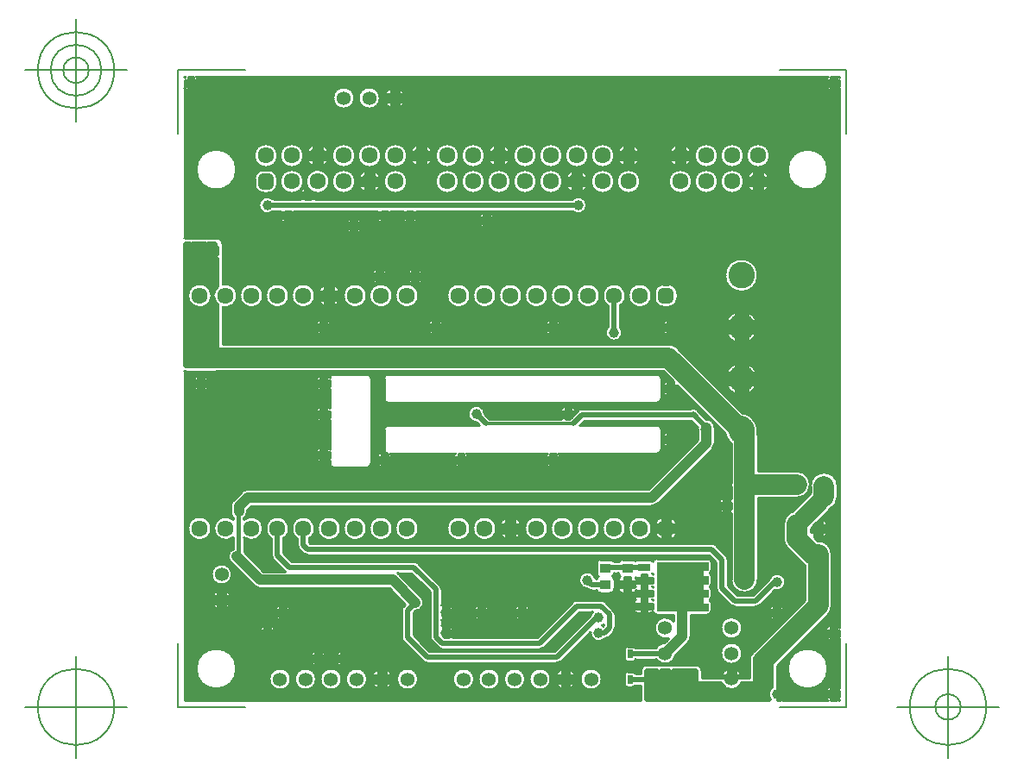
<source format=gbr>
G04 Generated by Ultiboard 14.0 *
%FSLAX34Y34*%
%MOMM*%

%ADD10C,0.0001*%
%ADD11C,0.2540*%
%ADD12C,0.5000*%
%ADD13C,2.0000*%
%ADD14C,1.0000*%
%ADD15C,0.4000*%
%ADD16C,0.3000*%
%ADD17C,1.8000*%
%ADD18C,0.0010*%
%ADD19C,0.1270*%
%ADD20C,1.6088*%
%ADD21R,0.5291X0.5291*%
%ADD22C,0.9949*%
%ADD23C,2.6000*%
%ADD24C,1.0000*%
%ADD25C,1.3556*%
%ADD26R,0.5000X0.8500*%
%ADD27R,1.0000X0.9500*%
%ADD28R,1.2000X0.6500*%


G04 ColorRGB 0000FF for the following layer *
%LNCopper Bottom*%
%LPD*%
G54D10*
G36*
X3828Y457781D02*
X3828Y457781D01*
X3828Y604495D01*
G74*
D01*
G03X7067Y602267I6172J5504*
G01*
X7067Y602267D01*
X7067Y607067D01*
X3828Y607067D01*
X3828Y612933D01*
X7067Y612933D01*
X7067Y616172D01*
X12933Y616172D01*
X12933Y612933D01*
X17733Y612933D01*
G74*
D01*
G03X15505Y616172I7732J2933*
G01*
X15505Y616172D01*
X634495Y616172D01*
G74*
D01*
G03X632267Y612933I5504J6172*
G01*
X632267Y612933D01*
X637067Y612933D01*
X637067Y616172D01*
X642933Y616172D01*
X642933Y612933D01*
X646172Y612933D01*
X646172Y607067D01*
X642933Y607067D01*
X642933Y602267D01*
G74*
D01*
G03X646172Y604495I2933J7732*
G01*
X646172Y604495D01*
X646172Y75505D01*
G74*
D01*
G03X642933Y77733I6172J5504*
G01*
X642933Y77733D01*
X642933Y72933D01*
X646172Y72933D01*
X646172Y67067D01*
X642933Y67067D01*
X642933Y62267D01*
G74*
D01*
G03X646172Y64495I2933J7732*
G01*
X646172Y64495D01*
X646172Y15505D01*
G74*
D01*
G03X642933Y17733I6172J5504*
G01*
X642933Y17733D01*
X642933Y12933D01*
X646172Y12933D01*
X646172Y7067D01*
X642933Y7067D01*
X642933Y3828D01*
X637067Y3828D01*
X637067Y7067D01*
X632267Y7067D01*
G74*
D01*
G03X634495Y3828I7732J2933*
G01*
X634495Y3828D01*
X590505Y3828D01*
G74*
D01*
G03X592733Y7067I5504J6172*
G01*
X592733Y7067D01*
X587933Y7067D01*
X587933Y3828D01*
X584918Y3828D01*
X584918Y7001D01*
G75*
D01*
G03X584918Y12999I77J2999*
G01*
X584918Y12999D01*
X584918Y37741D01*
X634669Y87492D01*
G75*
D01*
G03X638584Y96930I-9418J9438*
G01*
X638584Y96930D01*
X638584Y147500D01*
G74*
D01*
G03X625250Y160834I13334J0*
G01*
X625250Y160834D01*
X625103Y160834D01*
X621687Y164251D01*
X621687Y168937D01*
X617854Y168937D01*
X617854Y172920D01*
X620997Y176063D01*
X621687Y176063D01*
X621687Y176753D01*
X636164Y191230D01*
G75*
D01*
G03X644371Y203539I-5127J12309*
G01*
X644371Y203539D01*
X644371Y214363D01*
G75*
D01*
G03X617703Y214363I-13334J0*
G01*
X617703Y214363D01*
X617703Y207641D01*
X599393Y189331D01*
G74*
D01*
G03X591186Y177022I5127J12309*
G01*
X591186Y177022D01*
X591186Y162577D01*
G75*
D01*
G03X595091Y153131I13334J-18*
G01*
X595091Y153131D01*
X610151Y138071D01*
G74*
D01*
G03X611916Y136588I9428J9429*
G01*
X611916Y136588D01*
X611916Y102453D01*
X562071Y52609D01*
G74*
D01*
G03X560125Y50138I9429J9428*
G01*
G74*
D01*
G03X558082Y45720I3755J4418*
G01*
X558082Y45720D01*
X558082Y26118D01*
X545123Y26118D01*
G75*
D01*
G03X535377Y26118I-4873J-1115*
G01*
X535377Y26118D01*
X511258Y26118D01*
X511258Y33020D01*
G74*
D01*
G03X505460Y38818I5798J0*
G01*
X505460Y38818D01*
X457200Y38818D01*
G75*
D01*
G03X451402Y33020I0J-5798*
G01*
X451402Y33020D01*
X451402Y30128D01*
X446088Y30128D01*
G74*
D01*
G03X443190Y31866I2898J1547*
G01*
X443190Y31866D01*
X438190Y31866D01*
G75*
D01*
G03X434904Y28580I0J-3286*
G01*
X434904Y28580D01*
X434904Y24704D01*
G75*
D01*
G03X434904Y23956I5786J-374*
G01*
X434904Y23956D01*
X434904Y20080D01*
G75*
D01*
G03X438190Y16794I3286J0*
G01*
X438190Y16794D01*
X443190Y16794D01*
G74*
D01*
G03X446088Y18532I1J3286*
G01*
X446088Y18532D01*
X451402Y18532D01*
X451402Y3828D01*
X3828Y3828D01*
X3828Y327079D01*
G75*
D01*
G03X5080Y326942I1253J5660*
G01*
X5080Y326942D01*
X35560Y326942D01*
G74*
D01*
G03X36542Y327026I1J5798*
G01*
X36542Y327026D01*
X472917Y327026D01*
X476172Y323771D01*
X482933Y317010D01*
X482933Y312933D01*
X487010Y312933D01*
X533979Y265963D01*
G74*
D01*
G03X539618Y256273I16021J2837*
G01*
X539618Y256273D01*
X539618Y217771D01*
G75*
D01*
G03X539618Y214029I13201J-1871*
G01*
X539618Y214029D01*
X539618Y201861D01*
G74*
D01*
G03X537933Y202733I4618J6860*
G01*
X537933Y202733D01*
X537933Y197933D01*
X539618Y197933D01*
X539618Y192067D01*
X537933Y192067D01*
X537933Y187267D01*
G74*
D01*
G03X539618Y188139I2933J7732*
G01*
X539618Y188139D01*
X539618Y122952D01*
G75*
D01*
G03X566286Y122952I13334J0*
G01*
X566286Y122952D01*
X566286Y202566D01*
X604100Y202566D01*
G74*
D01*
G03X610871Y204413I0J13334*
G01*
G74*
D01*
G03X615587Y209129I3226J7942*
G01*
G75*
D01*
G03X604100Y229234I-11487J6771*
G01*
X604100Y229234D01*
X566286Y229234D01*
X566286Y263868D01*
G74*
D01*
G03X566070Y266258I13334J0*
G01*
G75*
D01*
G03X560383Y281326I-16069J2542*
G01*
G74*
D01*
G03X551441Y286216I10383J8366*
G01*
X551441Y286216D01*
X487878Y349779D01*
G74*
D01*
G03X478440Y353694I9438J9418*
G01*
X478440Y353694D01*
X41358Y353694D01*
X41358Y390016D01*
G75*
D01*
G03X41358Y412552I2755J11268*
G01*
X41358Y412552D01*
X41358Y452120D01*
G74*
D01*
G03X35560Y457918I5798J0*
G01*
X35560Y457918D01*
X5080Y457918D01*
G75*
D01*
G03X3828Y457781I1J-5798*
G01*
D02*
G37*
%LPC*%
G36*
X236172Y501716D02*
G75*
D01*
G03X236172Y501716I-56J11600*
G01*
D02*
G37*
G36*
X384103Y484202D02*
G75*
D01*
G03X384103Y495798I5896J5798*
G01*
X384103Y495798D01*
X132123Y495798D01*
G74*
D01*
G03X132733Y497067I7122J4204*
G01*
X132733Y497067D01*
X127933Y497067D01*
X127933Y495798D01*
X122067Y495798D01*
X122067Y497067D01*
X117267Y497067D01*
G74*
D01*
G03X117877Y495798I7732J2935*
G01*
X117877Y495798D01*
X90897Y495798D01*
G75*
D01*
G03X90897Y484202I-5896J-5798*
G01*
X90897Y484202D01*
X97877Y484202D01*
G74*
D01*
G03X97267Y482933I7122J4204*
G01*
X97267Y482933D01*
X102067Y482933D01*
X102067Y484202D01*
X107933Y484202D01*
X107933Y482933D01*
X112733Y482933D01*
G74*
D01*
G03X112123Y484202I7732J2935*
G01*
X112123Y484202D01*
X192877Y484202D01*
G74*
D01*
G03X192267Y482933I7122J4204*
G01*
X192267Y482933D01*
X197067Y482933D01*
X197067Y484202D01*
X202933Y484202D01*
X202933Y482933D01*
X207733Y482933D01*
G74*
D01*
G03X207123Y484202I7732J2935*
G01*
X207123Y484202D01*
X217877Y484202D01*
G74*
D01*
G03X217267Y482933I7122J4204*
G01*
X217267Y482933D01*
X222067Y482933D01*
X222067Y484202D01*
X227933Y484202D01*
X227933Y482933D01*
X232733Y482933D01*
G74*
D01*
G03X232123Y484202I7732J2935*
G01*
X232123Y484202D01*
X384103Y484202D01*
D02*
G37*
G36*
X227933Y472267D02*
G74*
D01*
G03X232733Y477067I2933J7733*
G01*
X232733Y477067D01*
X227933Y477067D01*
X227933Y472267D01*
D02*
G37*
G36*
X222067Y472267D02*
X222067Y472267D01*
X222067Y477067D01*
X217267Y477067D01*
G74*
D01*
G03X222067Y472267I7733J2933*
G01*
D02*
G37*
G36*
X202933Y472267D02*
G74*
D01*
G03X207733Y477067I2933J7733*
G01*
X207733Y477067D01*
X202933Y477067D01*
X202933Y472267D01*
D02*
G37*
G36*
X197067Y472267D02*
X197067Y472267D01*
X197067Y477067D01*
X192267Y477067D01*
G74*
D01*
G03X197067Y472267I7733J2933*
G01*
D02*
G37*
G36*
X177733Y472933D02*
G74*
D01*
G03X172933Y477733I7733J2933*
G01*
X172933Y477733D01*
X172933Y472933D01*
X177733Y472933D01*
D02*
G37*
G36*
X162267Y472933D02*
X162267Y472933D01*
X167067Y472933D01*
X167067Y477733D01*
G74*
D01*
G03X162267Y472933I2933J7733*
G01*
D02*
G37*
G36*
X107933Y472267D02*
G74*
D01*
G03X112733Y477067I2933J7733*
G01*
X112733Y477067D01*
X107933Y477067D01*
X107933Y472267D01*
D02*
G37*
G36*
X102067Y472267D02*
X102067Y472267D01*
X102067Y477067D01*
X97267Y477067D01*
G74*
D01*
G03X102067Y472267I7733J2933*
G01*
D02*
G37*
G36*
X236172Y534271D02*
G75*
D01*
G03X236172Y534271I-56J4445*
G01*
D02*
G37*
G36*
X237733Y417067D02*
X237733Y417067D01*
X232933Y417067D01*
X232933Y412267D01*
G74*
D01*
G03X237733Y417067I2933J7733*
G01*
D02*
G37*
G36*
X236172Y398064D02*
G75*
D01*
G03X236172Y398064I11144J3220*
G01*
D02*
G37*
G36*
X237733Y422933D02*
G74*
D01*
G03X232933Y427733I7733J2933*
G01*
X232933Y427733D01*
X232933Y422933D01*
X237733Y422933D01*
D02*
G37*
G36*
X476172Y540542D02*
G75*
D01*
G03X476172Y540542I-11456J-1826*
G01*
D02*
G37*
G36*
X476172Y515142D02*
G75*
D01*
G03X476172Y515142I-11456J-1826*
G01*
D02*
G37*
G36*
X302762Y476172D02*
G75*
D01*
G03X302762Y476172I-2762J-1172*
G01*
D02*
G37*
G36*
X477067Y362267D02*
X477067Y362267D01*
X477067Y367067D01*
X472267Y367067D01*
G74*
D01*
G03X477067Y362267I7733J2933*
G01*
D02*
G37*
G36*
X477067Y377733D02*
G74*
D01*
G03X472267Y372933I2933J7733*
G01*
X472267Y372933D01*
X477067Y372933D01*
X477067Y377733D01*
D02*
G37*
G36*
X478561Y412501D02*
X478561Y412501D01*
X473271Y412501D01*
G75*
D01*
G03X464699Y403929I0J-8572*
G01*
X464699Y403929D01*
X464699Y398639D01*
G75*
D01*
G03X473271Y390067I8572J0*
G01*
X473271Y390067D01*
X478561Y390067D01*
G75*
D01*
G03X487133Y398639I0J8572*
G01*
X487133Y398639D01*
X487133Y403929D01*
G74*
D01*
G03X478561Y412501I8572J0*
G01*
D02*
G37*
G36*
X466391Y44202D02*
G75*
D01*
G03X485766Y48763I8860J5795*
G01*
X485766Y48763D01*
X497718Y60716D01*
G75*
D01*
G03X500160Y66600I-5867J5884*
G01*
X500160Y66600D01*
X500160Y88237D01*
X516850Y88237D01*
G75*
D01*
G03X520683Y92070I0J3833*
G01*
X520683Y92070D01*
X520683Y99070D01*
G74*
D01*
G03X518998Y102245I3833J0*
G01*
G75*
D01*
G03X520683Y105420I-2148J3175*
G01*
X520683Y105420D01*
X520683Y112420D01*
G74*
D01*
G03X519035Y115570I3833J1*
G01*
G75*
D01*
G03X520683Y118720I-2185J3149*
G01*
X520683Y118720D01*
X520683Y125720D01*
G74*
D01*
G03X518998Y128895I3833J0*
G01*
G75*
D01*
G03X520683Y132070I-2148J3175*
G01*
X520683Y132070D01*
X520683Y139070D01*
G74*
D01*
G03X516850Y142903I3833J0*
G01*
X516850Y142903D01*
X466850Y142903D01*
G75*
D01*
G03X463245Y140375I-1J-3833*
G01*
G74*
D01*
G03X460350Y141698I2895J2505*
G01*
X460350Y141698D01*
X448350Y141698D01*
G75*
D01*
G03X446075Y140950I-2J-3828*
G01*
G74*
D01*
G03X443150Y142308I2924J2470*
G01*
X443150Y142308D01*
X433150Y142308D01*
G75*
D01*
G03X429848Y140418I-1J-3828*
G01*
X429848Y140418D01*
X424862Y140418D01*
G74*
D01*
G03X421560Y142308I3301J1938*
G01*
X421560Y142308D01*
X411560Y142308D01*
G75*
D01*
G03X407732Y138480I0J-3828*
G01*
X407732Y138480D01*
X407732Y128980D01*
G75*
D01*
G03X409537Y125730I3828J0*
G01*
G74*
D01*
G03X407878Y123528I2023J3250*
G01*
X407878Y123528D01*
X406892Y123528D01*
G75*
D01*
G03X398850Y113650I-8111J-1609*
G01*
X398850Y113650D01*
X398870Y113630D01*
G74*
D01*
G03X401084Y112247I4100J4100*
G01*
G75*
D01*
G03X402970Y111932I1885J5483*
G01*
X402970Y111932D01*
X407878Y111932D01*
G75*
D01*
G03X411560Y109152I3682J1048*
G01*
X411560Y109152D01*
X421560Y109152D01*
G75*
D01*
G03X425388Y112980I0J3828*
G01*
X425388Y112980D01*
X425388Y122480D01*
G74*
D01*
G03X423583Y125730I3828J0*
G01*
G74*
D01*
G03X425385Y128822I2023J3250*
G01*
X425385Y128822D01*
X429325Y128822D01*
G74*
D01*
G03X431127Y125730I3825J158*
G01*
G74*
D01*
G03X429322Y122480I2023J3250*
G01*
X429322Y122480D01*
X429322Y120772D01*
X435108Y120772D01*
X435108Y125152D01*
X441192Y125152D01*
X441192Y120772D01*
X446978Y120772D01*
X446978Y122480D01*
G74*
D01*
G03X446445Y124430I3828J2*
G01*
X446445Y124430D01*
X451840Y124430D01*
X451840Y127542D01*
X456860Y127542D01*
X456860Y124430D01*
X463017Y124430D01*
X463017Y119410D01*
X456860Y119410D01*
X456860Y111730D01*
X463017Y111730D01*
X463017Y106710D01*
X456860Y106710D01*
X456860Y99030D01*
X463017Y99030D01*
X463017Y94010D01*
X456860Y94010D01*
X456860Y89442D01*
X460350Y89442D01*
G74*
D01*
G03X463245Y90765I0J3828*
G01*
G75*
D01*
G03X466850Y88237I3604J1305*
G01*
X466850Y88237D01*
X483540Y88237D01*
X483540Y81586D01*
G75*
D01*
G03X478384Y64887I-8289J-6586*
G01*
X478384Y64887D01*
X476172Y62674D01*
X476172Y62674D01*
X474013Y60516D01*
G74*
D01*
G03X466391Y55798I1238J10515*
G01*
X466391Y55798D01*
X445614Y55798D01*
G74*
D01*
G03X443190Y56866I2424J2217*
G01*
X443190Y56866D01*
X438190Y56866D01*
G75*
D01*
G03X434904Y53580I0J-3286*
G01*
X434904Y53580D01*
X434904Y45080D01*
G75*
D01*
G03X438190Y41794I3286J0*
G01*
X438190Y41794D01*
X443190Y41794D01*
G74*
D01*
G03X446356Y44202I1J3286*
G01*
X446356Y44202D01*
X466391Y44202D01*
D02*
G37*
G36*
X468164Y197332D02*
X468164Y197332D01*
X476172Y205339D01*
X507004Y236172D01*
X521488Y250656D01*
G75*
D01*
G03X523930Y256540I-5867J5884*
G01*
X523930Y256540D01*
X523930Y271780D01*
G75*
D01*
G03X515510Y280089I-8310J0*
G01*
X515510Y280089D01*
X507026Y288573D01*
G74*
D01*
G03X507013Y288586I4106J4093*
G01*
X507013Y288586D01*
X506500Y289100D01*
G75*
D01*
G03X500000Y290278I-4100J-4100*
G01*
X500000Y290278D01*
X393700Y290278D01*
G75*
D01*
G03X391564Y289870I1J-5798*
G01*
G74*
D01*
G03X389600Y288580I2134J5390*
G01*
X389600Y288580D01*
X383088Y282067D01*
X382933Y282067D01*
X382933Y281912D01*
X381404Y280383D01*
X377067Y280383D01*
X377067Y282067D01*
X372267Y282067D01*
G74*
D01*
G03X373139Y280383I7731J2936*
G01*
X373139Y280383D01*
X302816Y280383D01*
X298270Y284930D01*
G75*
D01*
G03X290070Y276730I-8270J70*
G01*
X290070Y276730D01*
X292972Y273828D01*
X203200Y273828D01*
G75*
D01*
G03X199372Y270000I0J-3828*
G01*
X199372Y270000D01*
X199372Y250000D01*
G75*
D01*
G03X202933Y246181I3828J0*
G01*
X202933Y246181D01*
X202933Y242933D01*
X207733Y242933D01*
G74*
D01*
G03X205505Y246172I7732J2933*
G01*
X205505Y246172D01*
X269495Y246172D01*
G74*
D01*
G03X267267Y242933I5504J6172*
G01*
X267267Y242933D01*
X272067Y242933D01*
X272067Y246172D01*
X277933Y246172D01*
X277933Y242933D01*
X282733Y242933D01*
G74*
D01*
G03X280505Y246172I7732J2933*
G01*
X280505Y246172D01*
X359495Y246172D01*
G74*
D01*
G03X357267Y242933I5504J6172*
G01*
X357267Y242933D01*
X362067Y242933D01*
X362067Y246172D01*
X367933Y246172D01*
X367933Y242933D01*
X372733Y242933D01*
G74*
D01*
G03X370505Y246172I7732J2933*
G01*
X370505Y246172D01*
X467360Y246172D01*
G75*
D01*
G03X471188Y250000I0J3828*
G01*
X471188Y250000D01*
X471188Y270000D01*
G74*
D01*
G03X467360Y273828I3828J0*
G01*
X467360Y273828D01*
X391248Y273828D01*
X396102Y278682D01*
X500518Y278682D01*
X507022Y272178D01*
G75*
D01*
G03X507310Y266958I7977J-2178*
G01*
X507310Y266958D01*
X507310Y259982D01*
X483499Y236172D01*
X476172Y228844D01*
X458838Y211510D01*
X66043Y211510D01*
G75*
D01*
G03X60164Y209076I-3J-8310*
G01*
X60164Y209076D01*
X51274Y200186D01*
G75*
D01*
G03X48840Y194302I5875J-5876*
G01*
X48840Y194302D01*
X48840Y189230D01*
G75*
D01*
G03X51525Y183114I8310J1*
G01*
X51525Y183114D01*
X51525Y181610D01*
G75*
D01*
G03X51525Y163758I-7409J-8926*
G01*
X51525Y163758D01*
X51525Y152548D01*
G75*
D01*
G03X49124Y139124I3474J-7548*
G01*
X49124Y139124D01*
X71984Y116264D01*
G74*
D01*
G03X77303Y113849I5875J5875*
G01*
G75*
D01*
G03X77860Y113830I562J8290*
G01*
X77860Y113830D01*
X204418Y113830D01*
X220024Y98224D01*
X218280Y96480D01*
G75*
D01*
G03X216582Y92371I4100J-4100*
G01*
X216582Y92371D01*
X216582Y65598D01*
G75*
D01*
G03X218280Y61484I5798J-14*
G01*
X218280Y61484D01*
X236172Y43593D01*
X236172Y43593D01*
X237525Y42240D01*
G74*
D01*
G03X241209Y40557I4099J4099*
G01*
G75*
D01*
G03X241625Y40542I417J5782*
G01*
X241625Y40542D01*
X368920Y40542D01*
G74*
D01*
G03X373026Y42246I0J5798*
G01*
X373026Y42246D01*
X401792Y71013D01*
G75*
D01*
G03X415916Y64222I8208J-1012*
G01*
G74*
D01*
G03X419546Y65907I476J5777*
G01*
X419546Y65907D01*
X424463Y70824D01*
G75*
D01*
G03X426168Y74930I-4092J4106*
G01*
X426168Y74930D01*
X426168Y88374D01*
G74*
D01*
G03X424463Y92480I5798J1*
G01*
X424463Y92480D01*
X416330Y100613D01*
G74*
D01*
G03X412224Y102318I4106J4092*
G01*
X412224Y102318D01*
X388628Y102318D01*
G75*
D01*
G03X384520Y100620I-8J-5798*
G01*
X384520Y100620D01*
X349388Y65488D01*
X266931Y65488D01*
G74*
D01*
G03X267733Y67067I6930J4513*
G01*
X267733Y67067D01*
X262933Y67067D01*
X262933Y65488D01*
X259136Y65488D01*
X255988Y68636D01*
X255988Y72933D01*
X257067Y72933D01*
X257067Y77733D01*
G74*
D01*
G03X255988Y77232I2934J7732*
G01*
X255988Y77232D01*
X255988Y82768D01*
G74*
D01*
G03X257067Y82267I4013J7231*
G01*
X257067Y82267D01*
X257067Y87067D01*
X255988Y87067D01*
X255988Y92933D01*
X257067Y92933D01*
X257067Y97733D01*
G74*
D01*
G03X255988Y97232I2934J7732*
G01*
X255988Y97232D01*
X255988Y113030D01*
G74*
D01*
G03X254283Y117136I5798J1*
G01*
X254283Y117136D01*
X236172Y135248D01*
X232706Y138713D01*
G74*
D01*
G03X229981Y140251I4106J4092*
G01*
G75*
D01*
G03X228594Y140418I-1381J-5630*
G01*
X228594Y140418D01*
X109082Y140418D01*
X100714Y148786D01*
X100714Y162637D01*
G75*
D01*
G03X89118Y162637I-5798J10046*
G01*
X89118Y162637D01*
X89118Y146398D01*
G75*
D01*
G03X90816Y142284I5798J-14*
G01*
X90816Y142284D01*
X102580Y130520D01*
G74*
D01*
G03X102652Y130450I4078J4122*
G01*
X102652Y130450D01*
X81302Y130450D01*
X62115Y149637D01*
X62115Y163751D01*
G75*
D01*
G03X62115Y181617I7400J8933*
G01*
X62115Y181617D01*
X62115Y182567D01*
G75*
D01*
G03X65460Y189230I-4964J6663*
G01*
X65460Y189230D01*
X65460Y190868D01*
X69482Y194890D01*
X462280Y194890D01*
G74*
D01*
G03X468164Y197332I0J8310*
G01*
D02*
G37*
G36*
X476172Y167716D02*
G75*
D01*
G03X476172Y167716I-256J4968*
G01*
D02*
G37*
G36*
X126114Y162637D02*
G75*
D01*
G03X114518Y162637I-5798J10046*
G01*
X114518Y162637D01*
X114518Y156552D01*
G75*
D01*
G03X116216Y152444I5798J-8*
G01*
X116216Y152444D01*
X120360Y148300D01*
G75*
D01*
G03X124465Y146602I4100J4100*
G01*
X124465Y146602D01*
X518298Y146602D01*
X525062Y139838D01*
X525062Y114308D01*
G75*
D01*
G03X526760Y110200I5798J-8*
G01*
X526760Y110200D01*
X539460Y97500D01*
G75*
D01*
G03X543566Y95802I4100J4100*
G01*
X543566Y95802D01*
X563880Y95802D01*
G74*
D01*
G03X567986Y97507I1J5798*
G01*
X567986Y97507D01*
X582573Y112094D01*
G75*
D01*
G03X577446Y123365I2427J7906*
G01*
X577446Y123365D01*
X561478Y107398D01*
X545962Y107398D01*
X536658Y116702D01*
X536658Y142240D01*
G74*
D01*
G03X534953Y146346I5798J1*
G01*
X534953Y146346D01*
X524806Y156493D01*
G74*
D01*
G03X520700Y158198I4106J4092*
G01*
X520700Y158198D01*
X126862Y158198D01*
X126114Y158946D01*
X126114Y162637D01*
D02*
G37*
G36*
X236172Y169464D02*
G75*
D01*
G03X236172Y169464I11144J3220*
G01*
D02*
G37*
G36*
X472267Y257067D02*
G74*
D01*
G03X477067Y252267I7733J2933*
G01*
X477067Y252267D01*
X477067Y257067D01*
X472267Y257067D01*
D02*
G37*
G36*
X472267Y262933D02*
X472267Y262933D01*
X477067Y262933D01*
X477067Y267733D01*
G74*
D01*
G03X472267Y262933I2933J7733*
G01*
D02*
G37*
G36*
X472267Y307067D02*
G74*
D01*
G03X477067Y302267I7733J2933*
G01*
X477067Y302267D01*
X477067Y307067D01*
X472267Y307067D01*
D02*
G37*
G36*
X472267Y312933D02*
X472267Y312933D01*
X477067Y312933D01*
X477067Y317733D01*
G74*
D01*
G03X472267Y312933I2933J7733*
G01*
D02*
G37*
G36*
X357267Y237067D02*
G74*
D01*
G03X362067Y232267I7733J2933*
G01*
X362067Y232267D01*
X362067Y237067D01*
X357267Y237067D01*
D02*
G37*
G36*
X282733Y237067D02*
X282733Y237067D01*
X277933Y237067D01*
X277933Y232267D01*
G74*
D01*
G03X282733Y237067I2933J7733*
G01*
D02*
G37*
G36*
X267267Y237067D02*
G74*
D01*
G03X272067Y232267I7733J2933*
G01*
X272067Y232267D01*
X272067Y237067D01*
X267267Y237067D01*
D02*
G37*
G36*
X372733Y237067D02*
X372733Y237067D01*
X367933Y237067D01*
X367933Y232267D01*
G74*
D01*
G03X372733Y237067I2933J7733*
G01*
D02*
G37*
G36*
X203200Y296172D02*
X203200Y296172D01*
X467360Y296172D01*
G75*
D01*
G03X471188Y300000I0J3828*
G01*
X471188Y300000D01*
X471188Y320000D01*
G74*
D01*
G03X467360Y323828I3828J0*
G01*
X467360Y323828D01*
X203200Y323828D01*
G75*
D01*
G03X199372Y320000I0J-3828*
G01*
X199372Y320000D01*
X199372Y300000D01*
G75*
D01*
G03X203200Y296172I3828J0*
G01*
D02*
G37*
G36*
X197067Y232267D02*
X197067Y232267D01*
X197067Y237067D01*
X192267Y237067D01*
G74*
D01*
G03X197067Y232267I7733J2933*
G01*
D02*
G37*
G36*
X202933Y232267D02*
G74*
D01*
G03X207733Y237067I2933J7733*
G01*
X207733Y237067D01*
X202933Y237067D01*
X202933Y232267D01*
D02*
G37*
G36*
X182880Y232392D02*
G75*
D01*
G03X186708Y236220I0J3828*
G01*
X186708Y236220D01*
X186708Y320040D01*
G74*
D01*
G03X182880Y323868I3828J0*
G01*
X182880Y323868D01*
X149860Y323868D01*
G75*
D01*
G03X146075Y320612I0J-3828*
G01*
G74*
D01*
G03X142933Y322733I6075J5611*
G01*
X142933Y322733D01*
X142933Y317933D01*
X146032Y317933D01*
X146032Y312067D01*
X142933Y312067D01*
X142933Y307267D01*
G74*
D01*
G03X146032Y309342I2933J7732*
G01*
X146032Y309342D01*
X146032Y290658D01*
G74*
D01*
G03X142933Y292733I6032J5657*
G01*
X142933Y292733D01*
X142933Y287933D01*
X146032Y287933D01*
X146032Y282067D01*
X142933Y282067D01*
X142933Y277267D01*
G74*
D01*
G03X146032Y279342I2933J7732*
G01*
X146032Y279342D01*
X146032Y250658D01*
G74*
D01*
G03X142933Y252733I6032J5657*
G01*
X142933Y252733D01*
X142933Y247933D01*
X146032Y247933D01*
X146032Y242067D01*
X142933Y242067D01*
X142933Y237267D01*
G74*
D01*
G03X146032Y239342I2933J7732*
G01*
X146032Y239342D01*
X146032Y236220D01*
G75*
D01*
G03X149860Y232392I3828J0*
G01*
X149860Y232392D01*
X182880Y232392D01*
D02*
G37*
G36*
X477000Y260000D02*
G75*
D01*
G03X477000Y260000I3000J0*
G01*
D02*
G37*
G36*
X487733Y257067D02*
X487733Y257067D01*
X482933Y257067D01*
X482933Y252267D01*
G74*
D01*
G03X487733Y257067I2933J7733*
G01*
D02*
G37*
G36*
X482933Y267733D02*
X482933Y267733D01*
X482933Y262933D01*
X487733Y262933D01*
G74*
D01*
G03X482933Y267733I7733J2933*
G01*
D02*
G37*
G36*
X477000Y310000D02*
G75*
D01*
G03X477000Y310000I3000J0*
G01*
D02*
G37*
G36*
X487733Y307067D02*
X487733Y307067D01*
X482933Y307067D01*
X482933Y302267D01*
G74*
D01*
G03X487733Y307067I2933J7733*
G01*
D02*
G37*
G36*
X362000Y240000D02*
G75*
D01*
G03X362000Y240000I3000J0*
G01*
D02*
G37*
G36*
X272000Y240000D02*
G75*
D01*
G03X272000Y240000I3000J0*
G01*
D02*
G37*
G36*
X210316Y172684D02*
G75*
D01*
G03X210316Y172684I11600J0*
G01*
D02*
G37*
G36*
X184916Y172684D02*
G75*
D01*
G03X184916Y172684I11600J0*
G01*
D02*
G37*
G36*
X159516Y172684D02*
G75*
D01*
G03X159516Y172684I11600J0*
G01*
D02*
G37*
G36*
X134116Y172684D02*
G75*
D01*
G03X134116Y172684I11600J0*
G01*
D02*
G37*
G36*
X471938Y183797D02*
G74*
D01*
G03X464803Y176662I1333J8468*
G01*
X464803Y176662D01*
X471938Y176662D01*
X471938Y183797D01*
D02*
G37*
G36*
X464803Y168706D02*
G74*
D01*
G03X471938Y161571I8468J1333*
G01*
X471938Y161571D01*
X471938Y168706D01*
X464803Y168706D01*
D02*
G37*
G36*
X438916Y172684D02*
G75*
D01*
G03X438916Y172684I11600J0*
G01*
D02*
G37*
G36*
X413516Y172684D02*
G75*
D01*
G03X413516Y172684I11600J0*
G01*
D02*
G37*
G36*
X388116Y172684D02*
G75*
D01*
G03X388116Y172684I11600J0*
G01*
D02*
G37*
G36*
X362716Y172684D02*
G75*
D01*
G03X362716Y172684I11600J0*
G01*
D02*
G37*
G36*
X327630Y183530D02*
X327630Y183530D01*
X327630Y176798D01*
X334362Y176798D01*
G74*
D01*
G03X327630Y183530I10846J4114*
G01*
D02*
G37*
G36*
X319403Y161838D02*
X319403Y161838D01*
X319403Y168570D01*
X312670Y168570D01*
G74*
D01*
G03X319403Y161838I10846J4114*
G01*
D02*
G37*
G36*
X312670Y176798D02*
X312670Y176798D01*
X319403Y176798D01*
X319403Y183530D01*
G74*
D01*
G03X312670Y176798I4112J10846*
G01*
D02*
G37*
G36*
X319071Y172684D02*
G75*
D01*
G03X319071Y172684I4445J0*
G01*
D02*
G37*
G36*
X334362Y168570D02*
X334362Y168570D01*
X327630Y168570D01*
X327630Y161838D01*
G74*
D01*
G03X334362Y168570I4114J10846*
G01*
D02*
G37*
G36*
X337316Y172684D02*
G75*
D01*
G03X337316Y172684I11600J0*
G01*
D02*
G37*
G36*
X286516Y172684D02*
G75*
D01*
G03X286516Y172684I11600J0*
G01*
D02*
G37*
G36*
X261116Y172684D02*
G75*
D01*
G03X261116Y172684I11600J0*
G01*
D02*
G37*
G36*
X372267Y287933D02*
X372267Y287933D01*
X377067Y287933D01*
X377067Y292733D01*
G74*
D01*
G03X372267Y287933I2933J7733*
G01*
D02*
G37*
G36*
X377000Y285000D02*
G75*
D01*
G03X377000Y285000I3000J0*
G01*
D02*
G37*
G36*
X382933Y292733D02*
X382933Y292733D01*
X382933Y287933D01*
X387733Y287933D01*
G74*
D01*
G03X382933Y292733I7733J2933*
G01*
D02*
G37*
G36*
X137000Y285000D02*
G75*
D01*
G03X137000Y285000I3000J0*
G01*
D02*
G37*
G36*
X137000Y245000D02*
G75*
D01*
G03X137000Y245000I3000J0*
G01*
D02*
G37*
G36*
X137000Y315000D02*
G75*
D01*
G03X137000Y315000I3000J0*
G01*
D02*
G37*
G36*
X132267Y287933D02*
X132267Y287933D01*
X137067Y287933D01*
X137067Y292733D01*
G74*
D01*
G03X132267Y287933I2933J7733*
G01*
D02*
G37*
G36*
X137067Y277267D02*
X137067Y277267D01*
X137067Y282067D01*
X132267Y282067D01*
G74*
D01*
G03X137067Y277267I7733J2933*
G01*
D02*
G37*
G36*
X132267Y247933D02*
X132267Y247933D01*
X137067Y247933D01*
X137067Y252733D01*
G74*
D01*
G03X132267Y247933I2933J7733*
G01*
D02*
G37*
G36*
X137067Y237267D02*
X137067Y237267D01*
X137067Y242067D01*
X132267Y242067D01*
G74*
D01*
G03X137067Y237267I7733J2933*
G01*
D02*
G37*
G36*
X137067Y307267D02*
X137067Y307267D01*
X137067Y312067D01*
X132267Y312067D01*
G74*
D01*
G03X137067Y307267I7733J2933*
G01*
D02*
G37*
G36*
X132267Y317933D02*
X132267Y317933D01*
X137067Y317933D01*
X137067Y322733D01*
G74*
D01*
G03X132267Y317933I2933J7733*
G01*
D02*
G37*
G36*
X22933Y322733D02*
X22933Y322733D01*
X22933Y317933D01*
X27733Y317933D01*
G74*
D01*
G03X22933Y322733I7733J2933*
G01*
D02*
G37*
G36*
X17067Y307267D02*
X17067Y307267D01*
X17067Y312067D01*
X12267Y312067D01*
G74*
D01*
G03X17067Y307267I7733J2933*
G01*
D02*
G37*
G36*
X12267Y317933D02*
X12267Y317933D01*
X17067Y317933D01*
X17067Y322733D01*
G74*
D01*
G03X12267Y317933I2933J7733*
G01*
D02*
G37*
G36*
X17000Y315000D02*
G75*
D01*
G03X17000Y315000I3000J0*
G01*
D02*
G37*
G36*
X27733Y312067D02*
X27733Y312067D01*
X22933Y312067D01*
X22933Y307267D01*
G74*
D01*
G03X27733Y312067I2933J7733*
G01*
D02*
G37*
G36*
X192267Y242933D02*
X192267Y242933D01*
X197067Y242933D01*
X197067Y247733D01*
G74*
D01*
G03X192267Y242933I2933J7733*
G01*
D02*
G37*
G36*
X197000Y240000D02*
G75*
D01*
G03X197000Y240000I3000J0*
G01*
D02*
G37*
G36*
X637067Y602267D02*
X637067Y602267D01*
X637067Y607067D01*
X632267Y607067D01*
G74*
D01*
G03X637067Y602267I7733J2933*
G01*
D02*
G37*
G36*
X494230Y549562D02*
X494230Y549562D01*
X494230Y542830D01*
X500962Y542830D01*
G74*
D01*
G03X494230Y549562I10846J4114*
G01*
D02*
G37*
G36*
X479270Y542830D02*
X479270Y542830D01*
X486002Y542830D01*
X486002Y549562D01*
G74*
D01*
G03X479270Y542830I4114J10846*
G01*
D02*
G37*
G36*
X554716Y538716D02*
G75*
D01*
G03X554716Y538716I11600J0*
G01*
D02*
G37*
G36*
X529316Y538716D02*
G75*
D01*
G03X529316Y538716I11600J0*
G01*
D02*
G37*
G36*
X503916Y538716D02*
G75*
D01*
G03X503916Y538716I11600J0*
G01*
D02*
G37*
G36*
X485671Y538716D02*
G75*
D01*
G03X485671Y538716I4445J0*
G01*
D02*
G37*
G36*
X500962Y534602D02*
X500962Y534602D01*
X494230Y534602D01*
X494230Y527870D01*
G74*
D01*
G03X500962Y534602I4114J10846*
G01*
D02*
G37*
G36*
X486002Y527870D02*
X486002Y527870D01*
X486002Y534602D01*
X479270Y534602D01*
G74*
D01*
G03X486002Y527870I10846J4114*
G01*
D02*
G37*
G36*
X595190Y525000D02*
G75*
D01*
G03X595190Y525000I19810J0*
G01*
D02*
G37*
G36*
X561871Y513316D02*
G75*
D01*
G03X561871Y513316I4445J0*
G01*
D02*
G37*
G36*
X577162Y509202D02*
X577162Y509202D01*
X570430Y509202D01*
X570430Y502470D01*
G74*
D01*
G03X577162Y509202I4114J10846*
G01*
D02*
G37*
G36*
X570430Y524162D02*
X570430Y524162D01*
X570430Y517430D01*
X577162Y517430D01*
G74*
D01*
G03X570430Y524162I10846J4114*
G01*
D02*
G37*
G36*
X562202Y502470D02*
X562202Y502470D01*
X562202Y509202D01*
X555470Y509202D01*
G74*
D01*
G03X562202Y502470I10846J4114*
G01*
D02*
G37*
G36*
X555470Y517430D02*
X555470Y517430D01*
X562202Y517430D01*
X562202Y524162D01*
G74*
D01*
G03X555470Y517430I4114J10846*
G01*
D02*
G37*
G36*
X529316Y513316D02*
G75*
D01*
G03X529316Y513316I11600J0*
G01*
D02*
G37*
G36*
X503916Y513316D02*
G75*
D01*
G03X503916Y513316I11600J0*
G01*
D02*
G37*
G36*
X478516Y513316D02*
G75*
D01*
G03X478516Y513316I11600J0*
G01*
D02*
G37*
G36*
X637000Y610000D02*
G75*
D01*
G03X637000Y610000I3000J0*
G01*
D02*
G37*
G36*
X177733Y467067D02*
X177733Y467067D01*
X172933Y467067D01*
X172933Y462267D01*
G74*
D01*
G03X177733Y467067I2933J7733*
G01*
D02*
G37*
G36*
X167067Y462267D02*
X167067Y462267D01*
X167067Y467067D01*
X162267Y467067D01*
G74*
D01*
G03X167067Y462267I7733J2933*
G01*
D02*
G37*
G36*
X167000Y470000D02*
G75*
D01*
G03X167000Y470000I3000J0*
G01*
D02*
G37*
G36*
X222267Y422933D02*
X222267Y422933D01*
X227067Y422933D01*
X227067Y427733D01*
G74*
D01*
G03X222267Y422933I2933J7733*
G01*
D02*
G37*
G36*
X210316Y401284D02*
G75*
D01*
G03X210316Y401284I11600J0*
G01*
D02*
G37*
G36*
X227067Y412267D02*
X227067Y412267D01*
X227067Y417067D01*
X222267Y417067D01*
G74*
D01*
G03X227067Y412267I7733J2933*
G01*
D02*
G37*
G36*
X227000Y420000D02*
G75*
D01*
G03X227000Y420000I3000J0*
G01*
D02*
G37*
G36*
X197933Y427733D02*
X197933Y427733D01*
X197933Y422933D01*
X202733Y422933D01*
G74*
D01*
G03X197933Y427733I7733J2933*
G01*
D02*
G37*
G36*
X192067Y412267D02*
X192067Y412267D01*
X192067Y417067D01*
X187267Y417067D01*
G74*
D01*
G03X192067Y412267I7733J2933*
G01*
D02*
G37*
G36*
X197933Y412797D02*
G75*
D01*
G03X198803Y412656I-1419J-11512*
G01*
G74*
D01*
G03X202733Y417067I3802J7344*
G01*
X202733Y417067D01*
X197933Y417067D01*
X197933Y412797D01*
D02*
G37*
G36*
X192000Y420000D02*
G75*
D01*
G03X192000Y420000I3000J0*
G01*
D02*
G37*
G36*
X187267Y422933D02*
X187267Y422933D01*
X192067Y422933D01*
X192067Y427733D01*
G74*
D01*
G03X187267Y422933I2933J7733*
G01*
D02*
G37*
G36*
X134870Y405398D02*
X134870Y405398D01*
X141603Y405398D01*
X141603Y412130D01*
G74*
D01*
G03X134870Y405398I4112J10846*
G01*
D02*
G37*
G36*
X156562Y397170D02*
X156562Y397170D01*
X149830Y397170D01*
X149830Y390438D01*
G74*
D01*
G03X156562Y397170I4114J10846*
G01*
D02*
G37*
G36*
X141603Y390438D02*
X141603Y390438D01*
X141603Y397170D01*
X134870Y397170D01*
G74*
D01*
G03X141603Y390438I10846J4114*
G01*
D02*
G37*
G36*
X141271Y401284D02*
G75*
D01*
G03X141271Y401284I4445J0*
G01*
D02*
G37*
G36*
X149830Y412130D02*
X149830Y412130D01*
X149830Y405398D01*
X156562Y405398D01*
G74*
D01*
G03X149830Y412130I10846J4114*
G01*
D02*
G37*
G36*
X159516Y401284D02*
G75*
D01*
G03X159516Y401284I11600J0*
G01*
D02*
G37*
G36*
X108716Y401284D02*
G75*
D01*
G03X108716Y401284I11600J0*
G01*
D02*
G37*
G36*
X83316Y401284D02*
G75*
D01*
G03X83316Y401284I11600J0*
G01*
D02*
G37*
G36*
X57916Y401284D02*
G75*
D01*
G03X57916Y401284I11600J0*
G01*
D02*
G37*
G36*
X142933Y377733D02*
X142933Y377733D01*
X142933Y372933D01*
X147733Y372933D01*
G74*
D01*
G03X142933Y377733I7733J2933*
G01*
D02*
G37*
G36*
X132267Y372933D02*
X132267Y372933D01*
X137067Y372933D01*
X137067Y377733D01*
G74*
D01*
G03X132267Y372933I2933J7733*
G01*
D02*
G37*
G36*
X137067Y362267D02*
X137067Y362267D01*
X137067Y367067D01*
X132267Y367067D01*
G74*
D01*
G03X137067Y362267I7733J2933*
G01*
D02*
G37*
G36*
X137000Y370000D02*
G75*
D01*
G03X137000Y370000I3000J0*
G01*
D02*
G37*
G36*
X147733Y367067D02*
X147733Y367067D01*
X142933Y367067D01*
X142933Y362267D01*
G74*
D01*
G03X147733Y367067I2933J7733*
G01*
D02*
G37*
G36*
X307733Y472067D02*
X307733Y472067D01*
X302933Y472067D01*
X302933Y467267D01*
G74*
D01*
G03X307733Y472067I2933J7733*
G01*
D02*
G37*
G36*
X297067Y467267D02*
X297067Y467267D01*
X297067Y472067D01*
X292267Y472067D01*
G74*
D01*
G03X297067Y467267I7733J2933*
G01*
D02*
G37*
G36*
X438916Y401284D02*
G75*
D01*
G03X438916Y401284I11600J0*
G01*
D02*
G37*
G36*
X419318Y391237D02*
X419318Y391237D01*
X419318Y371009D01*
G75*
D01*
G03X430914Y370781I5682J-6009*
G01*
X430914Y370781D01*
X430914Y391237D01*
G75*
D01*
G03X419318Y391237I-5798J10046*
G01*
D02*
G37*
G36*
X388116Y401284D02*
G75*
D01*
G03X388116Y401284I11600J0*
G01*
D02*
G37*
G36*
X362716Y401284D02*
G75*
D01*
G03X362716Y401284I11600J0*
G01*
D02*
G37*
G36*
X337316Y401284D02*
G75*
D01*
G03X337316Y401284I11600J0*
G01*
D02*
G37*
G36*
X311916Y401284D02*
G75*
D01*
G03X311916Y401284I11600J0*
G01*
D02*
G37*
G36*
X286516Y401284D02*
G75*
D01*
G03X286516Y401284I11600J0*
G01*
D02*
G37*
G36*
X261116Y401284D02*
G75*
D01*
G03X261116Y401284I11600J0*
G01*
D02*
G37*
G36*
X367933Y377733D02*
X367933Y377733D01*
X367933Y372933D01*
X372733Y372933D01*
G74*
D01*
G03X367933Y377733I7733J2933*
G01*
D02*
G37*
G36*
X372733Y367067D02*
X372733Y367067D01*
X367933Y367067D01*
X367933Y362267D01*
G74*
D01*
G03X372733Y367067I2933J7733*
G01*
D02*
G37*
G36*
X357267Y372933D02*
X357267Y372933D01*
X362067Y372933D01*
X362067Y377733D01*
G74*
D01*
G03X357267Y372933I2933J7733*
G01*
D02*
G37*
G36*
X362067Y362267D02*
X362067Y362267D01*
X362067Y367067D01*
X357267Y367067D01*
G74*
D01*
G03X362067Y362267I7733J2933*
G01*
D02*
G37*
G36*
X362000Y370000D02*
G75*
D01*
G03X362000Y370000I3000J0*
G01*
D02*
G37*
G36*
X242267Y372933D02*
X242267Y372933D01*
X247067Y372933D01*
X247067Y377733D01*
G74*
D01*
G03X242267Y372933I2933J7733*
G01*
D02*
G37*
G36*
X252933Y377733D02*
X252933Y377733D01*
X252933Y372933D01*
X257733Y372933D01*
G74*
D01*
G03X252933Y377733I7733J2933*
G01*
D02*
G37*
G36*
X257733Y367067D02*
X257733Y367067D01*
X252933Y367067D01*
X252933Y362267D01*
G74*
D01*
G03X257733Y367067I2933J7733*
G01*
D02*
G37*
G36*
X247067Y362267D02*
X247067Y362267D01*
X247067Y367067D01*
X242267Y367067D01*
G74*
D01*
G03X247067Y362267I7733J2933*
G01*
D02*
G37*
G36*
X247000Y370000D02*
G75*
D01*
G03X247000Y370000I3000J0*
G01*
D02*
G37*
G36*
X219900Y591495D02*
X219900Y591495D01*
X213755Y591495D01*
X213755Y585350D01*
G74*
D01*
G03X219900Y591495I3755J9900*
G01*
D02*
G37*
G36*
X206245Y585350D02*
X206245Y585350D01*
X206245Y591495D01*
X200100Y591495D01*
G74*
D01*
G03X206245Y585350I9900J3755*
G01*
D02*
G37*
G36*
X200100Y599005D02*
X200100Y599005D01*
X206245Y599005D01*
X206245Y605150D01*
G74*
D01*
G03X200100Y599005I3755J9900*
G01*
D02*
G37*
G36*
X213755Y605150D02*
X213755Y605150D01*
X213755Y599005D01*
X219900Y599005D01*
G74*
D01*
G03X213755Y605150I9900J3755*
G01*
D02*
G37*
G36*
X205000Y595250D02*
G75*
D01*
G03X205000Y595250I5000J0*
G01*
D02*
G37*
G36*
X174412Y595250D02*
G75*
D01*
G03X174412Y595250I10588J0*
G01*
D02*
G37*
G36*
X149412Y595250D02*
G75*
D01*
G03X149412Y595250I10588J0*
G01*
D02*
G37*
G36*
X225270Y542830D02*
X225270Y542830D01*
X232002Y542830D01*
X232002Y549562D01*
G74*
D01*
G03X225270Y542830I4114J10846*
G01*
D02*
G37*
G36*
X232002Y527870D02*
X232002Y527870D01*
X232002Y534602D01*
X225270Y534602D01*
G74*
D01*
G03X232002Y527870I10846J4114*
G01*
D02*
G37*
G36*
X199116Y538716D02*
G75*
D01*
G03X199116Y538716I11600J0*
G01*
D02*
G37*
G36*
X173716Y538716D02*
G75*
D01*
G03X173716Y538716I11600J0*
G01*
D02*
G37*
G36*
X148316Y538716D02*
G75*
D01*
G03X148316Y538716I11600J0*
G01*
D02*
G37*
G36*
X123670Y542830D02*
X123670Y542830D01*
X130402Y542830D01*
X130402Y549562D01*
G74*
D01*
G03X123670Y542830I4114J10846*
G01*
D02*
G37*
G36*
X138630Y549562D02*
X138630Y549562D01*
X138630Y542830D01*
X145362Y542830D01*
G74*
D01*
G03X138630Y549562I10846J4114*
G01*
D02*
G37*
G36*
X130402Y527870D02*
X130402Y527870D01*
X130402Y534602D01*
X123670Y534602D01*
G74*
D01*
G03X130402Y527870I10846J4114*
G01*
D02*
G37*
G36*
X145362Y534602D02*
X145362Y534602D01*
X138630Y534602D01*
X138630Y527870D01*
G74*
D01*
G03X145362Y534602I4114J10846*
G01*
D02*
G37*
G36*
X130071Y538716D02*
G75*
D01*
G03X130071Y538716I4445J0*
G01*
D02*
G37*
G36*
X97516Y538716D02*
G75*
D01*
G03X97516Y538716I11600J0*
G01*
D02*
G37*
G36*
X72116Y538716D02*
G75*
D01*
G03X72116Y538716I11600J0*
G01*
D02*
G37*
G36*
X199116Y513316D02*
G75*
D01*
G03X199116Y513316I11600J0*
G01*
D02*
G37*
G36*
X196162Y509202D02*
X196162Y509202D01*
X189430Y509202D01*
X189430Y502470D01*
G74*
D01*
G03X196162Y509202I4114J10846*
G01*
D02*
G37*
G36*
X174470Y517430D02*
X174470Y517430D01*
X181202Y517430D01*
X181202Y524162D01*
G74*
D01*
G03X174470Y517430I4114J10846*
G01*
D02*
G37*
G36*
X189430Y524162D02*
X189430Y524162D01*
X189430Y517430D01*
X196162Y517430D01*
G74*
D01*
G03X189430Y524162I10846J4114*
G01*
D02*
G37*
G36*
X180871Y513316D02*
G75*
D01*
G03X180871Y513316I4445J0*
G01*
D02*
G37*
G36*
X181202Y502470D02*
X181202Y502470D01*
X181202Y509202D01*
X174470Y509202D01*
G74*
D01*
G03X181202Y502470I10846J4114*
G01*
D02*
G37*
G36*
X148316Y513316D02*
G75*
D01*
G03X148316Y513316I11600J0*
G01*
D02*
G37*
G36*
X72499Y515961D02*
X72499Y515961D01*
X72499Y510671D01*
G75*
D01*
G03X81071Y502099I8572J0*
G01*
X81071Y502099D01*
X86361Y502099D01*
G75*
D01*
G03X94933Y510671I0J8572*
G01*
X94933Y510671D01*
X94933Y515961D01*
G74*
D01*
G03X86361Y524533I8572J0*
G01*
X86361Y524533D01*
X81071Y524533D01*
G75*
D01*
G03X72499Y515961I0J-8572*
G01*
D02*
G37*
G36*
X15190Y525000D02*
G75*
D01*
G03X15190Y525000I19810J0*
G01*
D02*
G37*
G36*
X222000Y480000D02*
G75*
D01*
G03X222000Y480000I3000J0*
G01*
D02*
G37*
G36*
X197000Y480000D02*
G75*
D01*
G03X197000Y480000I3000J0*
G01*
D02*
G37*
G36*
X102000Y480000D02*
G75*
D01*
G03X102000Y480000I3000J0*
G01*
D02*
G37*
G36*
X122000Y500000D02*
G75*
D01*
G03X122000Y500000I3000J0*
G01*
D02*
G37*
G36*
X7000Y610000D02*
G75*
D01*
G03X7000Y610000I3000J0*
G01*
D02*
G37*
G36*
X97516Y513316D02*
G75*
D01*
G03X97516Y513316I11600J0*
G01*
D02*
G37*
G36*
X117267Y502933D02*
X117267Y502933D01*
X122067Y502933D01*
X122067Y507733D01*
G74*
D01*
G03X117267Y502933I2933J7733*
G01*
D02*
G37*
G36*
X127933Y503765D02*
X127933Y503765D01*
X127933Y502933D01*
X129344Y502933D01*
G75*
D01*
G03X127933Y503765I5171J10382*
G01*
D02*
G37*
G36*
X17733Y607067D02*
X17733Y607067D01*
X12933Y607067D01*
X12933Y602267D01*
G74*
D01*
G03X17733Y607067I2933J7733*
G01*
D02*
G37*
G36*
X292267Y477933D02*
X292267Y477933D01*
X297067Y477933D01*
X297067Y482733D01*
G74*
D01*
G03X292267Y477933I2933J7733*
G01*
D02*
G37*
G36*
X302933Y482733D02*
X302933Y482733D01*
X302933Y477933D01*
X307733Y477933D01*
G74*
D01*
G03X302933Y482733I7733J2933*
G01*
D02*
G37*
G36*
X249916Y513316D02*
G75*
D01*
G03X249916Y513316I11600J0*
G01*
D02*
G37*
G36*
X275316Y513316D02*
G75*
D01*
G03X275316Y513316I11600J0*
G01*
D02*
G37*
G36*
X300716Y513316D02*
G75*
D01*
G03X300716Y513316I11600J0*
G01*
D02*
G37*
G36*
X326116Y513316D02*
G75*
D01*
G03X326116Y513316I11600J0*
G01*
D02*
G37*
G36*
X351516Y513316D02*
G75*
D01*
G03X351516Y513316I11600J0*
G01*
D02*
G37*
G36*
X377670Y517430D02*
X377670Y517430D01*
X384402Y517430D01*
X384402Y524162D01*
G74*
D01*
G03X377670Y517430I4114J10846*
G01*
D02*
G37*
G36*
X384402Y502470D02*
X384402Y502470D01*
X384402Y509202D01*
X377670Y509202D01*
G74*
D01*
G03X384402Y502470I10846J4114*
G01*
D02*
G37*
G36*
X392630Y524162D02*
X392630Y524162D01*
X392630Y517430D01*
X399362Y517430D01*
G74*
D01*
G03X392630Y524162I10846J4114*
G01*
D02*
G37*
G36*
X399362Y509202D02*
X399362Y509202D01*
X392630Y509202D01*
X392630Y502470D01*
G74*
D01*
G03X399362Y509202I4114J10846*
G01*
D02*
G37*
G36*
X384071Y513316D02*
G75*
D01*
G03X384071Y513316I4445J0*
G01*
D02*
G37*
G36*
X402316Y513316D02*
G75*
D01*
G03X402316Y513316I11600J0*
G01*
D02*
G37*
G36*
X427716Y513316D02*
G75*
D01*
G03X427716Y513316I11600J0*
G01*
D02*
G37*
G36*
X249916Y538716D02*
G75*
D01*
G03X249916Y538716I11600J0*
G01*
D02*
G37*
G36*
X246962Y534602D02*
X246962Y534602D01*
X240230Y534602D01*
X240230Y527870D01*
G74*
D01*
G03X246962Y534602I4114J10846*
G01*
D02*
G37*
G36*
X275316Y538716D02*
G75*
D01*
G03X275316Y538716I11600J0*
G01*
D02*
G37*
G36*
X323162Y534602D02*
X323162Y534602D01*
X316430Y534602D01*
X316430Y527870D01*
G74*
D01*
G03X323162Y534602I4114J10846*
G01*
D02*
G37*
G36*
X307871Y538716D02*
G75*
D01*
G03X307871Y538716I4445J0*
G01*
D02*
G37*
G36*
X308202Y527870D02*
X308202Y527870D01*
X308202Y534602D01*
X301470Y534602D01*
G74*
D01*
G03X308202Y527870I10846J4114*
G01*
D02*
G37*
G36*
X326116Y538716D02*
G75*
D01*
G03X326116Y538716I11600J0*
G01*
D02*
G37*
G36*
X351516Y538716D02*
G75*
D01*
G03X351516Y538716I11600J0*
G01*
D02*
G37*
G36*
X376916Y538716D02*
G75*
D01*
G03X376916Y538716I11600J0*
G01*
D02*
G37*
G36*
X402316Y538716D02*
G75*
D01*
G03X402316Y538716I11600J0*
G01*
D02*
G37*
G36*
X434871Y538716D02*
G75*
D01*
G03X434871Y538716I4445J0*
G01*
D02*
G37*
G36*
X435202Y527870D02*
X435202Y527870D01*
X435202Y534602D01*
X428470Y534602D01*
G74*
D01*
G03X435202Y527870I10846J4114*
G01*
D02*
G37*
G36*
X450162Y534602D02*
X450162Y534602D01*
X443430Y534602D01*
X443430Y527870D01*
G74*
D01*
G03X450162Y534602I4114J10846*
G01*
D02*
G37*
G36*
X240230Y549562D02*
X240230Y549562D01*
X240230Y542830D01*
X246962Y542830D01*
G74*
D01*
G03X240230Y549562I10846J4114*
G01*
D02*
G37*
G36*
X316430Y549562D02*
X316430Y549562D01*
X316430Y542830D01*
X323162Y542830D01*
G74*
D01*
G03X316430Y549562I10846J4114*
G01*
D02*
G37*
G36*
X301470Y542830D02*
X301470Y542830D01*
X308202Y542830D01*
X308202Y549562D01*
G74*
D01*
G03X301470Y542830I4114J10846*
G01*
D02*
G37*
G36*
X428470Y542830D02*
X428470Y542830D01*
X435202Y542830D01*
X435202Y549562D01*
G74*
D01*
G03X428470Y542830I4114J10846*
G01*
D02*
G37*
G36*
X443430Y549562D02*
X443430Y549562D01*
X443430Y542830D01*
X450162Y542830D01*
G74*
D01*
G03X443430Y549562I10846J4114*
G01*
D02*
G37*
G36*
X446103Y115570D02*
G74*
D01*
G03X445230Y114688I2248J3098*
G01*
X445230Y114688D01*
X441192Y114688D01*
X441192Y109152D01*
X443150Y109152D01*
G74*
D01*
G03X446769Y111730I1J3828*
G01*
X446769Y111730D01*
X451840Y111730D01*
X451840Y119410D01*
X444522Y119410D01*
X444522Y118670D01*
G75*
D01*
G03X446103Y115570I3828J-1*
G01*
D02*
G37*
G36*
X444522Y99770D02*
X444522Y99770D01*
X444522Y99030D01*
X451840Y99030D01*
X451840Y106710D01*
X444522Y106710D01*
X444522Y105970D01*
G75*
D01*
G03X446103Y102870I3828J-1*
G01*
G74*
D01*
G03X444522Y99770I2247J3099*
G01*
D02*
G37*
G36*
X433150Y109152D02*
X433150Y109152D01*
X435108Y109152D01*
X435108Y114688D01*
X429322Y114688D01*
X429322Y112980D01*
G75*
D01*
G03X433150Y109152I3828J0*
G01*
D02*
G37*
G36*
X262933Y97733D02*
X262933Y97733D01*
X262933Y92933D01*
X267733Y92933D01*
G74*
D01*
G03X262933Y97733I7733J2933*
G01*
D02*
G37*
G36*
X267733Y87067D02*
X267733Y87067D01*
X262933Y87067D01*
X262933Y82267D01*
G74*
D01*
G03X267733Y87067I2933J7733*
G01*
D02*
G37*
G36*
X257000Y70000D02*
G75*
D01*
G03X257000Y70000I3000J0*
G01*
D02*
G37*
G36*
X257000Y90000D02*
G75*
D01*
G03X257000Y90000I3000J0*
G01*
D02*
G37*
G36*
X262933Y77733D02*
X262933Y77733D01*
X262933Y72933D01*
X267733Y72933D01*
G74*
D01*
G03X262933Y77733I7733J2933*
G01*
D02*
G37*
G36*
X444522Y93270D02*
G75*
D01*
G03X448350Y89442I3828J0*
G01*
X448350Y89442D01*
X451840Y89442D01*
X451840Y94010D01*
X444522Y94010D01*
X444522Y93270D01*
D02*
G37*
G36*
X327267Y92933D02*
X327267Y92933D01*
X332067Y92933D01*
X332067Y97733D01*
G74*
D01*
G03X327267Y92933I2933J7733*
G01*
D02*
G37*
G36*
X332067Y82267D02*
X332067Y82267D01*
X332067Y87067D01*
X327267Y87067D01*
G74*
D01*
G03X332067Y82267I7733J2933*
G01*
D02*
G37*
G36*
X337933Y97733D02*
X337933Y97733D01*
X337933Y92933D01*
X342733Y92933D01*
G74*
D01*
G03X337933Y97733I7733J2933*
G01*
D02*
G37*
G36*
X342733Y87067D02*
X342733Y87067D01*
X337933Y87067D01*
X337933Y82267D01*
G74*
D01*
G03X342733Y87067I2933J7733*
G01*
D02*
G37*
G36*
X332000Y90000D02*
G75*
D01*
G03X332000Y90000I3000J0*
G01*
D02*
G37*
G36*
X287267Y92933D02*
X287267Y92933D01*
X292067Y92933D01*
X292067Y97733D01*
G74*
D01*
G03X287267Y92933I2933J7733*
G01*
D02*
G37*
G36*
X292067Y82267D02*
X292067Y82267D01*
X292067Y87067D01*
X287267Y87067D01*
G74*
D01*
G03X292067Y82267I7733J2933*
G01*
D02*
G37*
G36*
X297933Y97733D02*
X297933Y97733D01*
X297933Y92933D01*
X302733Y92933D01*
G74*
D01*
G03X297933Y97733I7733J2933*
G01*
D02*
G37*
G36*
X302733Y87067D02*
X302733Y87067D01*
X297933Y87067D01*
X297933Y82267D01*
G74*
D01*
G03X302733Y87067I2933J7733*
G01*
D02*
G37*
G36*
X292000Y90000D02*
G75*
D01*
G03X292000Y90000I3000J0*
G01*
D02*
G37*
G36*
X367600Y28505D02*
X367600Y28505D01*
X373745Y28505D01*
X373745Y34650D01*
G74*
D01*
G03X367600Y28505I3755J9900*
G01*
D02*
G37*
G36*
X387400Y20995D02*
X387400Y20995D01*
X381255Y20995D01*
X381255Y14850D01*
G74*
D01*
G03X387400Y20995I3755J9900*
G01*
D02*
G37*
G36*
X373745Y14850D02*
X373745Y14850D01*
X373745Y20995D01*
X367600Y20995D01*
G74*
D01*
G03X373745Y14850I9900J3755*
G01*
D02*
G37*
G36*
X372500Y24750D02*
G75*
D01*
G03X372500Y24750I5000J0*
G01*
D02*
G37*
G36*
X381255Y34650D02*
X381255Y34650D01*
X381255Y28505D01*
X387400Y28505D01*
G74*
D01*
G03X381255Y34650I9900J3755*
G01*
D02*
G37*
G36*
X391912Y24750D02*
G75*
D01*
G03X391912Y24750I10588J0*
G01*
D02*
G37*
G36*
X341912Y24750D02*
G75*
D01*
G03X341912Y24750I10588J0*
G01*
D02*
G37*
G36*
X316912Y24750D02*
G75*
D01*
G03X316912Y24750I10588J0*
G01*
D02*
G37*
G36*
X291912Y24750D02*
G75*
D01*
G03X291912Y24750I10588J0*
G01*
D02*
G37*
G36*
X266912Y24750D02*
G75*
D01*
G03X266912Y24750I10588J0*
G01*
D02*
G37*
G36*
X637000Y70000D02*
G75*
D01*
G03X637000Y70000I3000J0*
G01*
D02*
G37*
G36*
X637000Y10000D02*
G75*
D01*
G03X637000Y10000I3000J0*
G01*
D02*
G37*
G36*
X576767Y93133D02*
X576767Y93133D01*
X581567Y93133D01*
X581567Y97933D01*
G74*
D01*
G03X576767Y93133I2933J7733*
G01*
D02*
G37*
G36*
X587433Y97933D02*
X587433Y97933D01*
X587433Y93133D01*
X592233Y93133D01*
G74*
D01*
G03X587433Y97933I7733J2933*
G01*
D02*
G37*
G36*
X632267Y12933D02*
X632267Y12933D01*
X637067Y12933D01*
X637067Y17733D01*
G74*
D01*
G03X632267Y12933I2933J7733*
G01*
D02*
G37*
G36*
X628813Y181895D02*
X628813Y181895D01*
X628813Y176063D01*
X634645Y176063D01*
G74*
D01*
G03X628813Y181895I9394J3562*
G01*
D02*
G37*
G36*
X529662Y75000D02*
G75*
D01*
G03X529662Y75000I10588J0*
G01*
D02*
G37*
G36*
X479894Y161571D02*
G74*
D01*
G03X487029Y168706I1333J8468*
G01*
X487029Y168706D01*
X479894Y168706D01*
X479894Y161571D01*
D02*
G37*
G36*
X487029Y176662D02*
G74*
D01*
G03X479894Y183797I8468J1333*
G01*
X479894Y183797D01*
X479894Y176662D01*
X487029Y176662D01*
D02*
G37*
G36*
X527267Y197933D02*
X527267Y197933D01*
X532067Y197933D01*
X532067Y202733D01*
G74*
D01*
G03X527267Y197933I2933J7733*
G01*
D02*
G37*
G36*
X532067Y187267D02*
X532067Y187267D01*
X532067Y192067D01*
X527267Y192067D01*
G74*
D01*
G03X532067Y187267I7733J2933*
G01*
D02*
G37*
G36*
X532000Y195000D02*
G75*
D01*
G03X532000Y195000I3000J0*
G01*
D02*
G37*
G36*
X634645Y168937D02*
X634645Y168937D01*
X628813Y168937D01*
X628813Y163105D01*
G74*
D01*
G03X634645Y168937I3562J9394*
G01*
D02*
G37*
G36*
X592233Y87267D02*
X592233Y87267D01*
X587433Y87267D01*
X587433Y82467D01*
G74*
D01*
G03X592233Y87267I2933J7733*
G01*
D02*
G37*
G36*
X581567Y82467D02*
X581567Y82467D01*
X581567Y87267D01*
X576767Y87267D01*
G74*
D01*
G03X581567Y82467I7733J2933*
G01*
D02*
G37*
G36*
X581500Y90200D02*
G75*
D01*
G03X581500Y90200I3000J0*
G01*
D02*
G37*
G36*
X632267Y72933D02*
X632267Y72933D01*
X637067Y72933D01*
X637067Y77733D01*
G74*
D01*
G03X632267Y72933I2933J7733*
G01*
D02*
G37*
G36*
X637067Y62267D02*
X637067Y62267D01*
X637067Y67067D01*
X632267Y67067D01*
G74*
D01*
G03X637067Y62267I7733J2933*
G01*
D02*
G37*
G36*
X595190Y35000D02*
G75*
D01*
G03X595190Y35000I19810J0*
G01*
D02*
G37*
G36*
X529662Y50000D02*
G75*
D01*
G03X529662Y50000I10588J0*
G01*
D02*
G37*
G36*
X544005Y34900D02*
X544005Y34900D01*
X544005Y28755D01*
X550150Y28755D01*
G74*
D01*
G03X544005Y34900I9900J3755*
G01*
D02*
G37*
G36*
X530350Y28755D02*
X530350Y28755D01*
X536495Y28755D01*
X536495Y34900D01*
G74*
D01*
G03X530350Y28755I3755J9900*
G01*
D02*
G37*
G36*
X620250Y172500D02*
G75*
D01*
G03X620250Y172500I5000J0*
G01*
D02*
G37*
G36*
X587933Y17733D02*
X587933Y17733D01*
X587933Y12933D01*
X592733Y12933D01*
G74*
D01*
G03X587933Y17733I7733J2933*
G01*
D02*
G37*
G36*
X533730Y421200D02*
G75*
D01*
G03X533730Y421200I16270J0*
G01*
D02*
G37*
G36*
X544231Y304387D02*
X544231Y304387D01*
X544231Y313831D01*
X534787Y313831D01*
G74*
D01*
G03X544231Y304387I15213J5769*
G01*
D02*
G37*
G36*
X565213Y313831D02*
X565213Y313831D01*
X555770Y313831D01*
X555770Y304387D01*
G74*
D01*
G03X565213Y313831I5770J15212*
G01*
D02*
G37*
G36*
X543000Y319600D02*
G75*
D01*
G03X543000Y319600I7000J0*
G01*
D02*
G37*
G36*
X534787Y325370D02*
X534787Y325370D01*
X544231Y325370D01*
X544231Y334813D01*
G74*
D01*
G03X534787Y325370I5768J15213*
G01*
D02*
G37*
G36*
X555770Y334813D02*
X555770Y334813D01*
X555770Y325370D01*
X565213Y325370D01*
G74*
D01*
G03X555770Y334813I15213J5770*
G01*
D02*
G37*
G36*
X544231Y355187D02*
X544231Y355187D01*
X544231Y364631D01*
X534787Y364631D01*
G74*
D01*
G03X544231Y355187I15213J5769*
G01*
D02*
G37*
G36*
X565213Y364631D02*
X565213Y364631D01*
X555770Y364631D01*
X555770Y355187D01*
G74*
D01*
G03X565213Y364631I5770J15212*
G01*
D02*
G37*
G36*
X477000Y370000D02*
G75*
D01*
G03X477000Y370000I3000J0*
G01*
D02*
G37*
G36*
X482933Y377733D02*
X482933Y377733D01*
X482933Y372933D01*
X487733Y372933D01*
G74*
D01*
G03X482933Y377733I7733J2933*
G01*
D02*
G37*
G36*
X487733Y367067D02*
X487733Y367067D01*
X482933Y367067D01*
X482933Y362267D01*
G74*
D01*
G03X487733Y367067I2933J7733*
G01*
D02*
G37*
G36*
X534787Y376170D02*
X534787Y376170D01*
X544231Y376170D01*
X544231Y385613D01*
G74*
D01*
G03X534787Y376170I5768J15213*
G01*
D02*
G37*
G36*
X555770Y385613D02*
X555770Y385613D01*
X555770Y376170D01*
X565213Y376170D01*
G74*
D01*
G03X555770Y385613I15213J5770*
G01*
D02*
G37*
G36*
X543000Y370400D02*
G75*
D01*
G03X543000Y370400I7000J0*
G01*
D02*
G37*
G36*
X7116Y172684D02*
G75*
D01*
G03X7116Y172684I11600J0*
G01*
D02*
G37*
G36*
X102933Y97733D02*
X102933Y97733D01*
X102933Y92933D01*
X107733Y92933D01*
G74*
D01*
G03X102933Y97733I7733J2933*
G01*
D02*
G37*
G36*
X107733Y87067D02*
X107733Y87067D01*
X102933Y87067D01*
X102933Y82267D01*
G74*
D01*
G03X107733Y87067I2933J7733*
G01*
D02*
G37*
G36*
X92267Y92933D02*
X92267Y92933D01*
X97067Y92933D01*
X97067Y97733D01*
G74*
D01*
G03X92267Y92933I2933J7733*
G01*
D02*
G37*
G36*
X97067Y82267D02*
X97067Y82267D01*
X97067Y87067D01*
X92267Y87067D01*
G74*
D01*
G03X97067Y82267I7733J2933*
G01*
D02*
G37*
G36*
X97000Y90000D02*
G75*
D01*
G03X97000Y90000I3000J0*
G01*
D02*
G37*
G36*
X43813Y111895D02*
X43813Y111895D01*
X43813Y106063D01*
X49645Y106063D01*
G74*
D01*
G03X43813Y111895I9394J3562*
G01*
D02*
G37*
G36*
X30855Y106063D02*
X30855Y106063D01*
X36687Y106063D01*
X36687Y111895D01*
G74*
D01*
G03X30855Y106063I3562J9394*
G01*
D02*
G37*
G36*
X49645Y98937D02*
X49645Y98937D01*
X43813Y98937D01*
X43813Y93105D01*
G74*
D01*
G03X49645Y98937I3562J9394*
G01*
D02*
G37*
G36*
X36687Y93105D02*
X36687Y93105D01*
X36687Y98937D01*
X30855Y98937D01*
G74*
D01*
G03X36687Y93105I9394J3562*
G01*
D02*
G37*
G36*
X35250Y102500D02*
G75*
D01*
G03X35250Y102500I5000J0*
G01*
D02*
G37*
G36*
X87933Y77733D02*
X87933Y77733D01*
X87933Y72933D01*
X92733Y72933D01*
G74*
D01*
G03X87933Y77733I7733J2933*
G01*
D02*
G37*
G36*
X92733Y67067D02*
X92733Y67067D01*
X87933Y67067D01*
X87933Y62267D01*
G74*
D01*
G03X92733Y67067I2933J7733*
G01*
D02*
G37*
G36*
X77267Y72933D02*
X77267Y72933D01*
X82067Y72933D01*
X82067Y77733D01*
G74*
D01*
G03X77267Y72933I2933J7733*
G01*
D02*
G37*
G36*
X82000Y70000D02*
G75*
D01*
G03X82000Y70000I3000J0*
G01*
D02*
G37*
G36*
X82067Y62267D02*
X82067Y62267D01*
X82067Y67067D01*
X77267Y67067D01*
G74*
D01*
G03X82067Y62267I7733J2933*
G01*
D02*
G37*
G36*
X30202Y127500D02*
G75*
D01*
G03X30202Y127500I10048J0*
G01*
D02*
G37*
G36*
X162933Y52733D02*
X162933Y52733D01*
X162933Y47933D01*
X167733Y47933D01*
G74*
D01*
G03X162933Y52733I7733J2933*
G01*
D02*
G37*
G36*
X167733Y42067D02*
X167733Y42067D01*
X162933Y42067D01*
X162933Y37267D01*
G74*
D01*
G03X167733Y42067I2933J7733*
G01*
D02*
G37*
G36*
X152267Y47933D02*
X152267Y47933D01*
X157067Y47933D01*
X157067Y52733D01*
G74*
D01*
G03X152267Y47933I2933J7733*
G01*
D02*
G37*
G36*
X157000Y45000D02*
G75*
D01*
G03X157000Y45000I3000J0*
G01*
D02*
G37*
G36*
X157067Y37267D02*
X157067Y37267D01*
X157067Y42067D01*
X152267Y42067D01*
G74*
D01*
G03X157067Y37267I7733J2933*
G01*
D02*
G37*
G36*
X127267Y47933D02*
X127267Y47933D01*
X132067Y47933D01*
X132067Y52733D01*
G74*
D01*
G03X127267Y47933I2933J7733*
G01*
D02*
G37*
G36*
X142733Y42067D02*
X142733Y42067D01*
X137933Y42067D01*
X137933Y37267D01*
G74*
D01*
G03X142733Y42067I2933J7733*
G01*
D02*
G37*
G36*
X137933Y52733D02*
X137933Y52733D01*
X137933Y47933D01*
X142733Y47933D01*
G74*
D01*
G03X137933Y52733I7733J2933*
G01*
D02*
G37*
G36*
X132000Y45000D02*
G75*
D01*
G03X132000Y45000I3000J0*
G01*
D02*
G37*
G36*
X132067Y37267D02*
X132067Y37267D01*
X132067Y42067D01*
X127267Y42067D01*
G74*
D01*
G03X132067Y37267I7733J2933*
G01*
D02*
G37*
G36*
X211912Y24750D02*
G75*
D01*
G03X211912Y24750I10588J0*
G01*
D02*
G37*
G36*
X201255Y34650D02*
X201255Y34650D01*
X201255Y28505D01*
X207400Y28505D01*
G74*
D01*
G03X201255Y34650I9900J3755*
G01*
D02*
G37*
G36*
X187600Y28505D02*
X187600Y28505D01*
X193745Y28505D01*
X193745Y34650D01*
G74*
D01*
G03X187600Y28505I3755J9900*
G01*
D02*
G37*
G36*
X207400Y20995D02*
X207400Y20995D01*
X201255Y20995D01*
X201255Y14850D01*
G74*
D01*
G03X207400Y20995I3755J9900*
G01*
D02*
G37*
G36*
X193745Y14850D02*
X193745Y14850D01*
X193745Y20995D01*
X187600Y20995D01*
G74*
D01*
G03X193745Y14850I9900J3755*
G01*
D02*
G37*
G36*
X192500Y24750D02*
G75*
D01*
G03X192500Y24750I5000J0*
G01*
D02*
G37*
G36*
X161912Y24750D02*
G75*
D01*
G03X161912Y24750I10588J0*
G01*
D02*
G37*
G36*
X136912Y24750D02*
G75*
D01*
G03X136912Y24750I10588J0*
G01*
D02*
G37*
G36*
X111912Y24750D02*
G75*
D01*
G03X111912Y24750I10588J0*
G01*
D02*
G37*
G36*
X86912Y24750D02*
G75*
D01*
G03X86912Y24750I10588J0*
G01*
D02*
G37*
G36*
X15190Y35000D02*
G75*
D01*
G03X15190Y35000I19810J0*
G01*
D02*
G37*
%LPD*%
G36*
X235876Y105876D02*
G75*
D01*
G02X229890Y91691I-5874J-5877*
G01*
X229890Y91691D01*
X228178Y89978D01*
X228178Y67986D01*
X236172Y59992D01*
X236172Y59992D01*
X244026Y52138D01*
X366518Y52138D01*
X402240Y87860D01*
G74*
D01*
G02X404029Y90722I7760J2860*
G01*
X404029Y90722D01*
X391022Y90722D01*
X355896Y55597D01*
G74*
D01*
G02X351790Y53892I4106J4092*
G01*
X351790Y53892D01*
X256735Y53892D01*
G75*
D01*
G02X256603Y53894I22J5798*
G01*
G74*
D01*
G02X252635Y55590I131J5796*
G01*
X252635Y55590D01*
X246090Y62135D01*
G75*
D01*
G02X244392Y66248I4100J4100*
G01*
X244392Y66248D01*
X244392Y110628D01*
X236172Y118849D01*
X226198Y128822D01*
X212800Y128822D01*
G74*
D01*
G02X213744Y128008I4939J6682*
G01*
X213744Y128008D01*
X235876Y105876D01*
D02*
G37*
G36*
X579120Y17462D02*
G75*
D01*
G03X576883Y5064I5880J-7462*
G01*
X576883Y5064D01*
X457200Y5064D01*
X457200Y33020D01*
X466570Y33020D01*
G74*
D01*
G03X464200Y29191I8679J8020*
G01*
X464200Y29191D01*
X471059Y29191D01*
X471059Y33020D01*
X479441Y33020D01*
X479441Y29191D01*
X486300Y29191D01*
G74*
D01*
G03X483930Y33020I11050J4191*
G01*
X483930Y33020D01*
X505460Y33020D01*
X505460Y20320D01*
X529398Y20320D01*
G75*
D01*
G03X551102Y20320I10852J4680*
G01*
X551102Y20320D01*
X563880Y20320D01*
X563880Y45720D01*
X579120Y45720D01*
X579120Y17462D01*
D02*
G37*
%LPC*%
G36*
X486300Y20809D02*
X486300Y20809D01*
X479441Y20809D01*
X479441Y13950D01*
G74*
D01*
G03X486300Y20809I4191J11050*
G01*
D02*
G37*
G36*
X471059Y13950D02*
X471059Y13950D01*
X471059Y20809D01*
X464200Y20809D01*
G74*
D01*
G03X471059Y13950I11050J4191*
G01*
D02*
G37*
G36*
X470250Y25000D02*
G75*
D01*
G03X470250Y25000I5000J0*
G01*
D02*
G37*
%LPD*%
G36*
X6117Y448369D02*
X6117Y448369D01*
X11631Y448369D01*
X11631Y452120D01*
X18369Y452120D01*
X18369Y448369D01*
X26631Y448369D01*
X26631Y452120D01*
X33369Y452120D01*
X33369Y448369D01*
X35560Y448369D01*
X35560Y441631D01*
X33369Y441631D01*
X33369Y436117D01*
G74*
D01*
G03X35560Y437297I3370J8882*
G01*
X35560Y437297D01*
X35560Y410845D01*
G74*
D01*
G03X31416Y403107I8556J9561*
G01*
G75*
D01*
G03X31416Y399461I-12700J-1823*
G01*
G74*
D01*
G03X35560Y391723I12700J1823*
G01*
X35560Y391723D01*
X35560Y342947D01*
G75*
D01*
G03X35560Y337053I-556J-2947*
G01*
X35560Y337053D01*
X35560Y332740D01*
X31631Y332740D01*
X31631Y336631D01*
X26117Y336631D01*
G74*
D01*
G03X28873Y332740I8882J3370*
G01*
X28873Y332740D01*
X5080Y332740D01*
X5080Y452120D01*
X8711Y452120D01*
G74*
D01*
G03X6117Y448369I6287J7120*
G01*
D02*
G37*
%LPC*%
G36*
X11117Y353369D02*
X11117Y353369D01*
X16631Y353369D01*
X16631Y358883D01*
G74*
D01*
G03X11117Y353369I3369J8883*
G01*
D02*
G37*
G36*
X23369Y358883D02*
X23369Y358883D01*
X23369Y353369D01*
X28883Y353369D01*
G74*
D01*
G03X23369Y358883I8883J3369*
G01*
D02*
G37*
G36*
X26803Y343369D02*
X26803Y343369D01*
X31631Y343369D01*
X31631Y348883D01*
G74*
D01*
G03X28197Y346631I3370J8882*
G01*
X28197Y346631D01*
X23369Y346631D01*
X23369Y341117D01*
G74*
D01*
G03X26803Y343369I3370J8882*
G01*
D02*
G37*
G36*
X16631Y341117D02*
X16631Y341117D01*
X16631Y346631D01*
X11117Y346631D01*
G74*
D01*
G03X16631Y341117I8883J3369*
G01*
D02*
G37*
G36*
X17000Y350000D02*
G75*
D01*
G03X17000Y350000I3000J0*
G01*
D02*
G37*
G36*
X11631Y436117D02*
X11631Y436117D01*
X11631Y441631D01*
X6117Y441631D01*
G74*
D01*
G03X11631Y436117I8883J3369*
G01*
D02*
G37*
G36*
X12000Y445000D02*
G75*
D01*
G03X12000Y445000I3000J0*
G01*
D02*
G37*
G36*
X26631Y436117D02*
X26631Y436117D01*
X26631Y441631D01*
X18369Y441631D01*
X18369Y436117D01*
G74*
D01*
G03X22500Y439169I3369J8882*
G01*
G74*
D01*
G03X26631Y436117I7500J5830*
G01*
D02*
G37*
G36*
X27000Y445000D02*
G75*
D01*
G03X27000Y445000I3000J0*
G01*
D02*
G37*
%LPD*%
G36*
X22500Y450831D02*
G74*
D01*
G02X23711Y452120I7499J5832*
G01*
X23711Y452120D01*
X21289Y452120D01*
G74*
D01*
G02X22500Y450831I6287J7120*
G01*
D02*
G37*
G36*
X414572Y78109D02*
G74*
D01*
G02X413485Y77500I4574J6889*
G01*
G74*
D01*
G02X414303Y77062I3489J7498*
G01*
X414303Y77062D01*
X414572Y77332D01*
X414572Y78109D01*
D02*
G37*
G36*
X646172Y615505D02*
X646172Y615505D01*
X646172Y616172D01*
X645505Y616172D01*
G74*
D01*
G02X646172Y615505I5505J6172*
G01*
D02*
G37*
G36*
X3828Y615505D02*
X3828Y615505D01*
X3828Y616172D01*
X4495Y616172D01*
G74*
D01*
G03X3828Y615505I5505J6172*
G01*
D02*
G37*
G36*
X646172Y4495D02*
G74*
D01*
G02X645505Y3828I6172J5505*
G01*
X645505Y3828D01*
X646172Y3828D01*
X646172Y4495D01*
D02*
G37*
G36*
X463017Y115923D02*
X463017Y115923D01*
X463017Y115217D01*
G74*
D01*
G03X462597Y115570I2667J2746*
G01*
G74*
D01*
G03X463017Y115923I2247J3099*
G01*
D02*
G37*
G36*
X462597Y102870D02*
G74*
D01*
G02X463017Y102517I2247J3099*
G01*
X463017Y102517D01*
X463017Y103223D01*
G74*
D01*
G02X462597Y102870I2667J2746*
G01*
D02*
G37*
G36*
X462597Y128270D02*
G74*
D01*
G02X463017Y127917I2247J3099*
G01*
X463017Y127917D01*
X463017Y128623D01*
G74*
D01*
G02X462597Y128270I2667J2746*
G01*
D02*
G37*
G54D11*
X236172Y501716D02*
G75*
D01*
G03X236172Y501716I-56J11600*
G01*
X384103Y484202D02*
G75*
D01*
G03X384103Y495798I5896J5798*
G01*
X132123Y495798D01*
G74*
D01*
G03X132733Y497067I7122J4204*
G01*
X127933Y497067D01*
X127933Y495798D01*
X122067Y495798D01*
X122067Y497067D01*
X117267Y497067D01*
G74*
D01*
G03X117877Y495798I7732J2935*
G01*
X90897Y495798D01*
G75*
D01*
G03X90897Y484202I-5896J-5798*
G01*
X97877Y484202D01*
G74*
D01*
G03X97267Y482933I7122J4204*
G01*
X102067Y482933D01*
X102067Y484202D01*
X107933Y484202D01*
X107933Y482933D01*
X112733Y482933D01*
G74*
D01*
G03X112123Y484202I7732J2935*
G01*
X192877Y484202D01*
G74*
D01*
G03X192267Y482933I7122J4204*
G01*
X197067Y482933D01*
X197067Y484202D01*
X202933Y484202D01*
X202933Y482933D01*
X207733Y482933D01*
G74*
D01*
G03X207123Y484202I7732J2935*
G01*
X217877Y484202D01*
G74*
D01*
G03X217267Y482933I7122J4204*
G01*
X222067Y482933D01*
X222067Y484202D01*
X227933Y484202D01*
X227933Y482933D01*
X232733Y482933D01*
G74*
D01*
G03X232123Y484202I7732J2935*
G01*
X384103Y484202D01*
X227933Y472267D02*
G74*
D01*
G03X232733Y477067I2933J7733*
G01*
X227933Y477067D01*
X227933Y472267D01*
X222067Y472267D02*
X222067Y477067D01*
X217267Y477067D01*
G74*
D01*
G03X222067Y472267I7733J2933*
G01*
X202933Y472267D02*
G74*
D01*
G03X207733Y477067I2933J7733*
G01*
X202933Y477067D01*
X202933Y472267D01*
X197067Y472267D02*
X197067Y477067D01*
X192267Y477067D01*
G74*
D01*
G03X197067Y472267I7733J2933*
G01*
X177733Y472933D02*
G74*
D01*
G03X172933Y477733I7733J2933*
G01*
X172933Y472933D01*
X177733Y472933D01*
X162267Y472933D02*
X167067Y472933D01*
X167067Y477733D01*
G74*
D01*
G03X162267Y472933I2933J7733*
G01*
X107933Y472267D02*
G74*
D01*
G03X112733Y477067I2933J7733*
G01*
X107933Y477067D01*
X107933Y472267D01*
X102067Y472267D02*
X102067Y477067D01*
X97267Y477067D01*
G74*
D01*
G03X102067Y472267I7733J2933*
G01*
X236172Y534271D02*
G75*
D01*
G03X236172Y534271I-56J4445*
G01*
X237733Y417067D02*
X232933Y417067D01*
X232933Y412267D01*
G74*
D01*
G03X237733Y417067I2933J7733*
G01*
X236172Y398064D02*
G75*
D01*
G03X236172Y398064I11144J3220*
G01*
X237733Y422933D02*
G74*
D01*
G03X232933Y427733I7733J2933*
G01*
X232933Y422933D01*
X237733Y422933D01*
X476172Y540542D02*
G75*
D01*
G03X476172Y540542I-11456J-1826*
G01*
X476172Y515142D02*
G75*
D01*
G03X476172Y515142I-11456J-1826*
G01*
X302762Y476172D02*
G75*
D01*
G03X302762Y476172I-2762J-1172*
G01*
X477067Y362267D02*
X477067Y367067D01*
X472267Y367067D01*
G74*
D01*
G03X477067Y362267I7733J2933*
G01*
X477067Y377733D02*
G74*
D01*
G03X472267Y372933I2933J7733*
G01*
X477067Y372933D01*
X477067Y377733D01*
X478561Y412501D02*
X473271Y412501D01*
G75*
D01*
G03X464699Y403929I0J-8572*
G01*
X464699Y398639D01*
G75*
D01*
G03X473271Y390067I8572J0*
G01*
X478561Y390067D01*
G75*
D01*
G03X487133Y398639I0J8572*
G01*
X487133Y403929D01*
G74*
D01*
G03X478561Y412501I8572J0*
G01*
X466391Y44202D02*
G75*
D01*
G03X485766Y48763I8860J5795*
G01*
X497718Y60716D01*
G75*
D01*
G03X500160Y66600I-5867J5884*
G01*
X500160Y88237D01*
X516850Y88237D01*
G75*
D01*
G03X520683Y92070I0J3833*
G01*
X520683Y99070D01*
G74*
D01*
G03X518998Y102245I3833J0*
G01*
G75*
D01*
G03X520683Y105420I-2148J3175*
G01*
X520683Y112420D01*
G74*
D01*
G03X519035Y115570I3833J1*
G01*
G75*
D01*
G03X520683Y118720I-2185J3149*
G01*
X520683Y125720D01*
G74*
D01*
G03X518998Y128895I3833J0*
G01*
G75*
D01*
G03X520683Y132070I-2148J3175*
G01*
X520683Y139070D01*
G74*
D01*
G03X516850Y142903I3833J0*
G01*
X466850Y142903D01*
G75*
D01*
G03X463245Y140375I-1J-3833*
G01*
G74*
D01*
G03X460350Y141698I2895J2505*
G01*
X448350Y141698D01*
G75*
D01*
G03X446075Y140950I-2J-3828*
G01*
G74*
D01*
G03X443150Y142308I2924J2470*
G01*
X433150Y142308D01*
G75*
D01*
G03X429848Y140418I-1J-3828*
G01*
X424862Y140418D01*
G74*
D01*
G03X421560Y142308I3301J1938*
G01*
X411560Y142308D01*
G75*
D01*
G03X407732Y138480I0J-3828*
G01*
X407732Y128980D01*
G75*
D01*
G03X409537Y125730I3828J0*
G01*
G74*
D01*
G03X407878Y123528I2023J3250*
G01*
X406892Y123528D01*
G75*
D01*
G03X398850Y113650I-8111J-1609*
G01*
X398870Y113630D01*
G74*
D01*
G03X401084Y112247I4100J4100*
G01*
G75*
D01*
G03X402970Y111932I1885J5483*
G01*
X407878Y111932D01*
G75*
D01*
G03X411560Y109152I3682J1048*
G01*
X421560Y109152D01*
G75*
D01*
G03X425388Y112980I0J3828*
G01*
X425388Y122480D01*
G74*
D01*
G03X423583Y125730I3828J0*
G01*
G74*
D01*
G03X425385Y128822I2023J3250*
G01*
X429325Y128822D01*
G74*
D01*
G03X431127Y125730I3825J158*
G01*
G74*
D01*
G03X429322Y122480I2023J3250*
G01*
X429322Y120772D01*
X435108Y120772D01*
X435108Y125152D01*
X441192Y125152D01*
X441192Y120772D01*
X446978Y120772D01*
X446978Y122480D01*
G74*
D01*
G03X446445Y124430I3828J2*
G01*
X451840Y124430D01*
X451840Y127542D01*
X456860Y127542D01*
X456860Y124430D01*
X463017Y124430D01*
X463017Y119410D01*
X456860Y119410D01*
X456860Y111730D01*
X463017Y111730D01*
X463017Y106710D01*
X456860Y106710D01*
X456860Y99030D01*
X463017Y99030D01*
X463017Y94010D01*
X456860Y94010D01*
X456860Y89442D01*
X460350Y89442D01*
G74*
D01*
G03X463245Y90765I0J3828*
G01*
G75*
D01*
G03X466850Y88237I3604J1305*
G01*
X483540Y88237D01*
X483540Y81586D01*
G75*
D01*
G03X478384Y64887I-8289J-6586*
G01*
X476172Y62674D01*
X476172Y62674D01*
X474013Y60516D01*
G74*
D01*
G03X466391Y55798I1238J10515*
G01*
X445614Y55798D01*
G74*
D01*
G03X443190Y56866I2424J2217*
G01*
X438190Y56866D01*
G75*
D01*
G03X434904Y53580I0J-3286*
G01*
X434904Y45080D01*
G75*
D01*
G03X438190Y41794I3286J0*
G01*
X443190Y41794D01*
G74*
D01*
G03X446356Y44202I1J3286*
G01*
X466391Y44202D01*
X468164Y197332D02*
X476172Y205339D01*
X507004Y236172D01*
X521488Y250656D01*
G75*
D01*
G03X523930Y256540I-5867J5884*
G01*
X523930Y271780D01*
G75*
D01*
G03X515510Y280089I-8310J0*
G01*
X507026Y288573D01*
G74*
D01*
G03X507013Y288586I4106J4093*
G01*
X506500Y289100D01*
G75*
D01*
G03X500000Y290278I-4100J-4100*
G01*
X393700Y290278D01*
G75*
D01*
G03X391564Y289870I1J-5798*
G01*
G74*
D01*
G03X389600Y288580I2134J5390*
G01*
X383088Y282067D01*
X382933Y282067D01*
X382933Y281912D01*
X381404Y280383D01*
X377067Y280383D01*
X377067Y282067D01*
X372267Y282067D01*
G74*
D01*
G03X373139Y280383I7731J2936*
G01*
X302816Y280383D01*
X298270Y284930D01*
G75*
D01*
G03X290070Y276730I-8270J70*
G01*
X292972Y273828D01*
X203200Y273828D01*
G75*
D01*
G03X199372Y270000I0J-3828*
G01*
X199372Y250000D01*
G75*
D01*
G03X202933Y246181I3828J0*
G01*
X202933Y242933D01*
X207733Y242933D01*
G74*
D01*
G03X205505Y246172I7732J2933*
G01*
X269495Y246172D01*
G74*
D01*
G03X267267Y242933I5504J6172*
G01*
X272067Y242933D01*
X272067Y246172D01*
X277933Y246172D01*
X277933Y242933D01*
X282733Y242933D01*
G74*
D01*
G03X280505Y246172I7732J2933*
G01*
X359495Y246172D01*
G74*
D01*
G03X357267Y242933I5504J6172*
G01*
X362067Y242933D01*
X362067Y246172D01*
X367933Y246172D01*
X367933Y242933D01*
X372733Y242933D01*
G74*
D01*
G03X370505Y246172I7732J2933*
G01*
X467360Y246172D01*
G75*
D01*
G03X471188Y250000I0J3828*
G01*
X471188Y270000D01*
G74*
D01*
G03X467360Y273828I3828J0*
G01*
X391248Y273828D01*
X396102Y278682D01*
X500518Y278682D01*
X507022Y272178D01*
G75*
D01*
G03X507310Y266958I7977J-2178*
G01*
X507310Y259982D01*
X483499Y236172D01*
X476172Y228844D01*
X458838Y211510D01*
X66043Y211510D01*
G75*
D01*
G03X60164Y209076I-3J-8310*
G01*
X51274Y200186D01*
G75*
D01*
G03X48840Y194302I5875J-5876*
G01*
X48840Y189230D01*
G75*
D01*
G03X51525Y183114I8310J1*
G01*
X51525Y181610D01*
G75*
D01*
G03X51525Y163758I-7409J-8926*
G01*
X51525Y152548D01*
G75*
D01*
G03X49124Y139124I3474J-7548*
G01*
X71984Y116264D01*
G74*
D01*
G03X77303Y113849I5875J5875*
G01*
G75*
D01*
G03X77860Y113830I562J8290*
G01*
X204418Y113830D01*
X220024Y98224D01*
X218280Y96480D01*
G75*
D01*
G03X216582Y92371I4100J-4100*
G01*
X216582Y65598D01*
G75*
D01*
G03X218280Y61484I5798J-14*
G01*
X236172Y43593D01*
X236172Y43593D01*
X237525Y42240D01*
G74*
D01*
G03X241209Y40557I4099J4099*
G01*
G75*
D01*
G03X241625Y40542I417J5782*
G01*
X368920Y40542D01*
G74*
D01*
G03X373026Y42246I0J5798*
G01*
X401792Y71013D01*
G75*
D01*
G03X415916Y64222I8208J-1012*
G01*
G74*
D01*
G03X419546Y65907I476J5777*
G01*
X424463Y70824D01*
G75*
D01*
G03X426168Y74930I-4092J4106*
G01*
X426168Y88374D01*
G74*
D01*
G03X424463Y92480I5798J1*
G01*
X416330Y100613D01*
G74*
D01*
G03X412224Y102318I4106J4092*
G01*
X388628Y102318D01*
G75*
D01*
G03X384520Y100620I-8J-5798*
G01*
X349388Y65488D01*
X266931Y65488D01*
G74*
D01*
G03X267733Y67067I6930J4513*
G01*
X262933Y67067D01*
X262933Y65488D01*
X259136Y65488D01*
X255988Y68636D01*
X255988Y72933D01*
X257067Y72933D01*
X257067Y77733D01*
G74*
D01*
G03X255988Y77232I2934J7732*
G01*
X255988Y82768D01*
G74*
D01*
G03X257067Y82267I4013J7231*
G01*
X257067Y87067D01*
X255988Y87067D01*
X255988Y92933D01*
X257067Y92933D01*
X257067Y97733D01*
G74*
D01*
G03X255988Y97232I2934J7732*
G01*
X255988Y113030D01*
G74*
D01*
G03X254283Y117136I5798J1*
G01*
X236172Y135248D01*
X232706Y138713D01*
G74*
D01*
G03X229981Y140251I4106J4092*
G01*
G75*
D01*
G03X228594Y140418I-1381J-5630*
G01*
X109082Y140418D01*
X100714Y148786D01*
X100714Y162637D01*
G75*
D01*
G03X89118Y162637I-5798J10046*
G01*
X89118Y146398D01*
G75*
D01*
G03X90816Y142284I5798J-14*
G01*
X102580Y130520D01*
G74*
D01*
G03X102652Y130450I4078J4122*
G01*
X81302Y130450D01*
X62115Y149637D01*
X62115Y163751D01*
G75*
D01*
G03X62115Y181617I7400J8933*
G01*
X62115Y182567D01*
G75*
D01*
G03X65460Y189230I-4964J6663*
G01*
X65460Y190868D01*
X69482Y194890D01*
X462280Y194890D01*
G74*
D01*
G03X468164Y197332I0J8310*
G01*
X476172Y167716D02*
G75*
D01*
G03X476172Y167716I-256J4968*
G01*
X126114Y162637D02*
G75*
D01*
G03X114518Y162637I-5798J10046*
G01*
X114518Y156552D01*
G75*
D01*
G03X116216Y152444I5798J-8*
G01*
X120360Y148300D01*
G75*
D01*
G03X124465Y146602I4100J4100*
G01*
X518298Y146602D01*
X525062Y139838D01*
X525062Y114308D01*
G75*
D01*
G03X526760Y110200I5798J-8*
G01*
X539460Y97500D01*
G75*
D01*
G03X543566Y95802I4100J4100*
G01*
X563880Y95802D01*
G74*
D01*
G03X567986Y97507I1J5798*
G01*
X582573Y112094D01*
G75*
D01*
G03X577446Y123365I2427J7906*
G01*
X561478Y107398D01*
X545962Y107398D01*
X536658Y116702D01*
X536658Y142240D01*
G74*
D01*
G03X534953Y146346I5798J1*
G01*
X524806Y156493D01*
G74*
D01*
G03X520700Y158198I4106J4092*
G01*
X126862Y158198D01*
X126114Y158946D01*
X126114Y162637D01*
X236172Y169464D02*
G75*
D01*
G03X236172Y169464I11144J3220*
G01*
X472267Y257067D02*
G74*
D01*
G03X477067Y252267I7733J2933*
G01*
X477067Y257067D01*
X472267Y257067D01*
X472267Y262933D02*
X477067Y262933D01*
X477067Y267733D01*
G74*
D01*
G03X472267Y262933I2933J7733*
G01*
X472267Y307067D02*
G74*
D01*
G03X477067Y302267I7733J2933*
G01*
X477067Y307067D01*
X472267Y307067D01*
X472267Y312933D02*
X477067Y312933D01*
X477067Y317733D01*
G74*
D01*
G03X472267Y312933I2933J7733*
G01*
X357267Y237067D02*
G74*
D01*
G03X362067Y232267I7733J2933*
G01*
X362067Y237067D01*
X357267Y237067D01*
X282733Y237067D02*
X277933Y237067D01*
X277933Y232267D01*
G74*
D01*
G03X282733Y237067I2933J7733*
G01*
X267267Y237067D02*
G74*
D01*
G03X272067Y232267I7733J2933*
G01*
X272067Y237067D01*
X267267Y237067D01*
X372733Y237067D02*
X367933Y237067D01*
X367933Y232267D01*
G74*
D01*
G03X372733Y237067I2933J7733*
G01*
X203200Y296172D02*
X467360Y296172D01*
G75*
D01*
G03X471188Y300000I0J3828*
G01*
X471188Y320000D01*
G74*
D01*
G03X467360Y323828I3828J0*
G01*
X203200Y323828D01*
G75*
D01*
G03X199372Y320000I0J-3828*
G01*
X199372Y300000D01*
G75*
D01*
G03X203200Y296172I3828J0*
G01*
X197067Y232267D02*
X197067Y237067D01*
X192267Y237067D01*
G74*
D01*
G03X197067Y232267I7733J2933*
G01*
X202933Y232267D02*
G74*
D01*
G03X207733Y237067I2933J7733*
G01*
X202933Y237067D01*
X202933Y232267D01*
X182880Y232392D02*
G75*
D01*
G03X186708Y236220I0J3828*
G01*
X186708Y320040D01*
G74*
D01*
G03X182880Y323868I3828J0*
G01*
X149860Y323868D01*
G75*
D01*
G03X146075Y320612I0J-3828*
G01*
G74*
D01*
G03X142933Y322733I6075J5611*
G01*
X142933Y317933D01*
X146032Y317933D01*
X146032Y312067D01*
X142933Y312067D01*
X142933Y307267D01*
G74*
D01*
G03X146032Y309342I2933J7732*
G01*
X146032Y290658D01*
G74*
D01*
G03X142933Y292733I6032J5657*
G01*
X142933Y287933D01*
X146032Y287933D01*
X146032Y282067D01*
X142933Y282067D01*
X142933Y277267D01*
G74*
D01*
G03X146032Y279342I2933J7732*
G01*
X146032Y250658D01*
G74*
D01*
G03X142933Y252733I6032J5657*
G01*
X142933Y247933D01*
X146032Y247933D01*
X146032Y242067D01*
X142933Y242067D01*
X142933Y237267D01*
G74*
D01*
G03X146032Y239342I2933J7732*
G01*
X146032Y236220D01*
G75*
D01*
G03X149860Y232392I3828J0*
G01*
X182880Y232392D01*
X477000Y260000D02*
G75*
D01*
G03X477000Y260000I3000J0*
G01*
X487733Y257067D02*
X482933Y257067D01*
X482933Y252267D01*
G74*
D01*
G03X487733Y257067I2933J7733*
G01*
X482933Y267733D02*
X482933Y262933D01*
X487733Y262933D01*
G74*
D01*
G03X482933Y267733I7733J2933*
G01*
X477000Y310000D02*
G75*
D01*
G03X477000Y310000I3000J0*
G01*
X487733Y307067D02*
X482933Y307067D01*
X482933Y302267D01*
G74*
D01*
G03X487733Y307067I2933J7733*
G01*
X362000Y240000D02*
G75*
D01*
G03X362000Y240000I3000J0*
G01*
X272000Y240000D02*
G75*
D01*
G03X272000Y240000I3000J0*
G01*
X210316Y172684D02*
G75*
D01*
G03X210316Y172684I11600J0*
G01*
X184916Y172684D02*
G75*
D01*
G03X184916Y172684I11600J0*
G01*
X159516Y172684D02*
G75*
D01*
G03X159516Y172684I11600J0*
G01*
X134116Y172684D02*
G75*
D01*
G03X134116Y172684I11600J0*
G01*
X471938Y183797D02*
G74*
D01*
G03X464803Y176662I1333J8468*
G01*
X471938Y176662D01*
X471938Y183797D01*
X464803Y168706D02*
G74*
D01*
G03X471938Y161571I8468J1333*
G01*
X471938Y168706D01*
X464803Y168706D01*
X438916Y172684D02*
G75*
D01*
G03X438916Y172684I11600J0*
G01*
X413516Y172684D02*
G75*
D01*
G03X413516Y172684I11600J0*
G01*
X388116Y172684D02*
G75*
D01*
G03X388116Y172684I11600J0*
G01*
X362716Y172684D02*
G75*
D01*
G03X362716Y172684I11600J0*
G01*
X327630Y183530D02*
X327630Y176798D01*
X334362Y176798D01*
G74*
D01*
G03X327630Y183530I10846J4114*
G01*
X319403Y161838D02*
X319403Y168570D01*
X312670Y168570D01*
G74*
D01*
G03X319403Y161838I10846J4114*
G01*
X312670Y176798D02*
X319403Y176798D01*
X319403Y183530D01*
G74*
D01*
G03X312670Y176798I4112J10846*
G01*
X319071Y172684D02*
G75*
D01*
G03X319071Y172684I4445J0*
G01*
X334362Y168570D02*
X327630Y168570D01*
X327630Y161838D01*
G74*
D01*
G03X334362Y168570I4114J10846*
G01*
X337316Y172684D02*
G75*
D01*
G03X337316Y172684I11600J0*
G01*
X286516Y172684D02*
G75*
D01*
G03X286516Y172684I11600J0*
G01*
X261116Y172684D02*
G75*
D01*
G03X261116Y172684I11600J0*
G01*
X372267Y287933D02*
X377067Y287933D01*
X377067Y292733D01*
G74*
D01*
G03X372267Y287933I2933J7733*
G01*
X377000Y285000D02*
G75*
D01*
G03X377000Y285000I3000J0*
G01*
X382933Y292733D02*
X382933Y287933D01*
X387733Y287933D01*
G74*
D01*
G03X382933Y292733I7733J2933*
G01*
X137000Y285000D02*
G75*
D01*
G03X137000Y285000I3000J0*
G01*
X137000Y245000D02*
G75*
D01*
G03X137000Y245000I3000J0*
G01*
X137000Y315000D02*
G75*
D01*
G03X137000Y315000I3000J0*
G01*
X132267Y287933D02*
X137067Y287933D01*
X137067Y292733D01*
G74*
D01*
G03X132267Y287933I2933J7733*
G01*
X137067Y277267D02*
X137067Y282067D01*
X132267Y282067D01*
G74*
D01*
G03X137067Y277267I7733J2933*
G01*
X132267Y247933D02*
X137067Y247933D01*
X137067Y252733D01*
G74*
D01*
G03X132267Y247933I2933J7733*
G01*
X137067Y237267D02*
X137067Y242067D01*
X132267Y242067D01*
G74*
D01*
G03X137067Y237267I7733J2933*
G01*
X137067Y307267D02*
X137067Y312067D01*
X132267Y312067D01*
G74*
D01*
G03X137067Y307267I7733J2933*
G01*
X132267Y317933D02*
X137067Y317933D01*
X137067Y322733D01*
G74*
D01*
G03X132267Y317933I2933J7733*
G01*
X22933Y322733D02*
X22933Y317933D01*
X27733Y317933D01*
G74*
D01*
G03X22933Y322733I7733J2933*
G01*
X17067Y307267D02*
X17067Y312067D01*
X12267Y312067D01*
G74*
D01*
G03X17067Y307267I7733J2933*
G01*
X12267Y317933D02*
X17067Y317933D01*
X17067Y322733D01*
G74*
D01*
G03X12267Y317933I2933J7733*
G01*
X17000Y315000D02*
G75*
D01*
G03X17000Y315000I3000J0*
G01*
X27733Y312067D02*
X22933Y312067D01*
X22933Y307267D01*
G74*
D01*
G03X27733Y312067I2933J7733*
G01*
X192267Y242933D02*
X197067Y242933D01*
X197067Y247733D01*
G74*
D01*
G03X192267Y242933I2933J7733*
G01*
X197000Y240000D02*
G75*
D01*
G03X197000Y240000I3000J0*
G01*
X637067Y602267D02*
X637067Y607067D01*
X632267Y607067D01*
G74*
D01*
G03X637067Y602267I7733J2933*
G01*
X494230Y549562D02*
X494230Y542830D01*
X500962Y542830D01*
G74*
D01*
G03X494230Y549562I10846J4114*
G01*
X479270Y542830D02*
X486002Y542830D01*
X486002Y549562D01*
G74*
D01*
G03X479270Y542830I4114J10846*
G01*
X554716Y538716D02*
G75*
D01*
G03X554716Y538716I11600J0*
G01*
X529316Y538716D02*
G75*
D01*
G03X529316Y538716I11600J0*
G01*
X503916Y538716D02*
G75*
D01*
G03X503916Y538716I11600J0*
G01*
X485671Y538716D02*
G75*
D01*
G03X485671Y538716I4445J0*
G01*
X500962Y534602D02*
X494230Y534602D01*
X494230Y527870D01*
G74*
D01*
G03X500962Y534602I4114J10846*
G01*
X486002Y527870D02*
X486002Y534602D01*
X479270Y534602D01*
G74*
D01*
G03X486002Y527870I10846J4114*
G01*
X595190Y525000D02*
G75*
D01*
G03X595190Y525000I19810J0*
G01*
X561871Y513316D02*
G75*
D01*
G03X561871Y513316I4445J0*
G01*
X577162Y509202D02*
X570430Y509202D01*
X570430Y502470D01*
G74*
D01*
G03X577162Y509202I4114J10846*
G01*
X570430Y524162D02*
X570430Y517430D01*
X577162Y517430D01*
G74*
D01*
G03X570430Y524162I10846J4114*
G01*
X562202Y502470D02*
X562202Y509202D01*
X555470Y509202D01*
G74*
D01*
G03X562202Y502470I10846J4114*
G01*
X555470Y517430D02*
X562202Y517430D01*
X562202Y524162D01*
G74*
D01*
G03X555470Y517430I4114J10846*
G01*
X529316Y513316D02*
G75*
D01*
G03X529316Y513316I11600J0*
G01*
X503916Y513316D02*
G75*
D01*
G03X503916Y513316I11600J0*
G01*
X478516Y513316D02*
G75*
D01*
G03X478516Y513316I11600J0*
G01*
X637000Y610000D02*
G75*
D01*
G03X637000Y610000I3000J0*
G01*
X177733Y467067D02*
X172933Y467067D01*
X172933Y462267D01*
G74*
D01*
G03X177733Y467067I2933J7733*
G01*
X167067Y462267D02*
X167067Y467067D01*
X162267Y467067D01*
G74*
D01*
G03X167067Y462267I7733J2933*
G01*
X167000Y470000D02*
G75*
D01*
G03X167000Y470000I3000J0*
G01*
X222267Y422933D02*
X227067Y422933D01*
X227067Y427733D01*
G74*
D01*
G03X222267Y422933I2933J7733*
G01*
X210316Y401284D02*
G75*
D01*
G03X210316Y401284I11600J0*
G01*
X227067Y412267D02*
X227067Y417067D01*
X222267Y417067D01*
G74*
D01*
G03X227067Y412267I7733J2933*
G01*
X227000Y420000D02*
G75*
D01*
G03X227000Y420000I3000J0*
G01*
X197933Y427733D02*
X197933Y422933D01*
X202733Y422933D01*
G74*
D01*
G03X197933Y427733I7733J2933*
G01*
X192067Y412267D02*
X192067Y417067D01*
X187267Y417067D01*
G74*
D01*
G03X192067Y412267I7733J2933*
G01*
X197933Y412797D02*
G75*
D01*
G03X198803Y412656I-1419J-11512*
G01*
G74*
D01*
G03X202733Y417067I3802J7344*
G01*
X197933Y417067D01*
X197933Y412797D01*
X192000Y420000D02*
G75*
D01*
G03X192000Y420000I3000J0*
G01*
X187267Y422933D02*
X192067Y422933D01*
X192067Y427733D01*
G74*
D01*
G03X187267Y422933I2933J7733*
G01*
X134870Y405398D02*
X141603Y405398D01*
X141603Y412130D01*
G74*
D01*
G03X134870Y405398I4112J10846*
G01*
X156562Y397170D02*
X149830Y397170D01*
X149830Y390438D01*
G74*
D01*
G03X156562Y397170I4114J10846*
G01*
X141603Y390438D02*
X141603Y397170D01*
X134870Y397170D01*
G74*
D01*
G03X141603Y390438I10846J4114*
G01*
X141271Y401284D02*
G75*
D01*
G03X141271Y401284I4445J0*
G01*
X149830Y412130D02*
X149830Y405398D01*
X156562Y405398D01*
G74*
D01*
G03X149830Y412130I10846J4114*
G01*
X159516Y401284D02*
G75*
D01*
G03X159516Y401284I11600J0*
G01*
X108716Y401284D02*
G75*
D01*
G03X108716Y401284I11600J0*
G01*
X83316Y401284D02*
G75*
D01*
G03X83316Y401284I11600J0*
G01*
X57916Y401284D02*
G75*
D01*
G03X57916Y401284I11600J0*
G01*
X142933Y377733D02*
X142933Y372933D01*
X147733Y372933D01*
G74*
D01*
G03X142933Y377733I7733J2933*
G01*
X132267Y372933D02*
X137067Y372933D01*
X137067Y377733D01*
G74*
D01*
G03X132267Y372933I2933J7733*
G01*
X137067Y362267D02*
X137067Y367067D01*
X132267Y367067D01*
G74*
D01*
G03X137067Y362267I7733J2933*
G01*
X137000Y370000D02*
G75*
D01*
G03X137000Y370000I3000J0*
G01*
X147733Y367067D02*
X142933Y367067D01*
X142933Y362267D01*
G74*
D01*
G03X147733Y367067I2933J7733*
G01*
X307733Y472067D02*
X302933Y472067D01*
X302933Y467267D01*
G74*
D01*
G03X307733Y472067I2933J7733*
G01*
X297067Y467267D02*
X297067Y472067D01*
X292267Y472067D01*
G74*
D01*
G03X297067Y467267I7733J2933*
G01*
X438916Y401284D02*
G75*
D01*
G03X438916Y401284I11600J0*
G01*
X419318Y391237D02*
X419318Y371009D01*
G75*
D01*
G03X430914Y370781I5682J-6009*
G01*
X430914Y391237D01*
G75*
D01*
G03X419318Y391237I-5798J10046*
G01*
X388116Y401284D02*
G75*
D01*
G03X388116Y401284I11600J0*
G01*
X362716Y401284D02*
G75*
D01*
G03X362716Y401284I11600J0*
G01*
X337316Y401284D02*
G75*
D01*
G03X337316Y401284I11600J0*
G01*
X311916Y401284D02*
G75*
D01*
G03X311916Y401284I11600J0*
G01*
X286516Y401284D02*
G75*
D01*
G03X286516Y401284I11600J0*
G01*
X261116Y401284D02*
G75*
D01*
G03X261116Y401284I11600J0*
G01*
X367933Y377733D02*
X367933Y372933D01*
X372733Y372933D01*
G74*
D01*
G03X367933Y377733I7733J2933*
G01*
X372733Y367067D02*
X367933Y367067D01*
X367933Y362267D01*
G74*
D01*
G03X372733Y367067I2933J7733*
G01*
X357267Y372933D02*
X362067Y372933D01*
X362067Y377733D01*
G74*
D01*
G03X357267Y372933I2933J7733*
G01*
X362067Y362267D02*
X362067Y367067D01*
X357267Y367067D01*
G74*
D01*
G03X362067Y362267I7733J2933*
G01*
X362000Y370000D02*
G75*
D01*
G03X362000Y370000I3000J0*
G01*
X242267Y372933D02*
X247067Y372933D01*
X247067Y377733D01*
G74*
D01*
G03X242267Y372933I2933J7733*
G01*
X252933Y377733D02*
X252933Y372933D01*
X257733Y372933D01*
G74*
D01*
G03X252933Y377733I7733J2933*
G01*
X257733Y367067D02*
X252933Y367067D01*
X252933Y362267D01*
G74*
D01*
G03X257733Y367067I2933J7733*
G01*
X247067Y362267D02*
X247067Y367067D01*
X242267Y367067D01*
G74*
D01*
G03X247067Y362267I7733J2933*
G01*
X247000Y370000D02*
G75*
D01*
G03X247000Y370000I3000J0*
G01*
X219900Y591495D02*
X213755Y591495D01*
X213755Y585350D01*
G74*
D01*
G03X219900Y591495I3755J9900*
G01*
X206245Y585350D02*
X206245Y591495D01*
X200100Y591495D01*
G74*
D01*
G03X206245Y585350I9900J3755*
G01*
X200100Y599005D02*
X206245Y599005D01*
X206245Y605150D01*
G74*
D01*
G03X200100Y599005I3755J9900*
G01*
X213755Y605150D02*
X213755Y599005D01*
X219900Y599005D01*
G74*
D01*
G03X213755Y605150I9900J3755*
G01*
X205000Y595250D02*
G75*
D01*
G03X205000Y595250I5000J0*
G01*
X174412Y595250D02*
G75*
D01*
G03X174412Y595250I10588J0*
G01*
X149412Y595250D02*
G75*
D01*
G03X149412Y595250I10588J0*
G01*
X225270Y542830D02*
X232002Y542830D01*
X232002Y549562D01*
G74*
D01*
G03X225270Y542830I4114J10846*
G01*
X232002Y527870D02*
X232002Y534602D01*
X225270Y534602D01*
G74*
D01*
G03X232002Y527870I10846J4114*
G01*
X199116Y538716D02*
G75*
D01*
G03X199116Y538716I11600J0*
G01*
X173716Y538716D02*
G75*
D01*
G03X173716Y538716I11600J0*
G01*
X148316Y538716D02*
G75*
D01*
G03X148316Y538716I11600J0*
G01*
X123670Y542830D02*
X130402Y542830D01*
X130402Y549562D01*
G74*
D01*
G03X123670Y542830I4114J10846*
G01*
X138630Y549562D02*
X138630Y542830D01*
X145362Y542830D01*
G74*
D01*
G03X138630Y549562I10846J4114*
G01*
X130402Y527870D02*
X130402Y534602D01*
X123670Y534602D01*
G74*
D01*
G03X130402Y527870I10846J4114*
G01*
X145362Y534602D02*
X138630Y534602D01*
X138630Y527870D01*
G74*
D01*
G03X145362Y534602I4114J10846*
G01*
X130071Y538716D02*
G75*
D01*
G03X130071Y538716I4445J0*
G01*
X97516Y538716D02*
G75*
D01*
G03X97516Y538716I11600J0*
G01*
X72116Y538716D02*
G75*
D01*
G03X72116Y538716I11600J0*
G01*
X199116Y513316D02*
G75*
D01*
G03X199116Y513316I11600J0*
G01*
X196162Y509202D02*
X189430Y509202D01*
X189430Y502470D01*
G74*
D01*
G03X196162Y509202I4114J10846*
G01*
X174470Y517430D02*
X181202Y517430D01*
X181202Y524162D01*
G74*
D01*
G03X174470Y517430I4114J10846*
G01*
X189430Y524162D02*
X189430Y517430D01*
X196162Y517430D01*
G74*
D01*
G03X189430Y524162I10846J4114*
G01*
X180871Y513316D02*
G75*
D01*
G03X180871Y513316I4445J0*
G01*
X181202Y502470D02*
X181202Y509202D01*
X174470Y509202D01*
G74*
D01*
G03X181202Y502470I10846J4114*
G01*
X148316Y513316D02*
G75*
D01*
G03X148316Y513316I11600J0*
G01*
X72499Y515961D02*
X72499Y510671D01*
G75*
D01*
G03X81071Y502099I8572J0*
G01*
X86361Y502099D01*
G75*
D01*
G03X94933Y510671I0J8572*
G01*
X94933Y515961D01*
G74*
D01*
G03X86361Y524533I8572J0*
G01*
X81071Y524533D01*
G75*
D01*
G03X72499Y515961I0J-8572*
G01*
X15190Y525000D02*
G75*
D01*
G03X15190Y525000I19810J0*
G01*
X222000Y480000D02*
G75*
D01*
G03X222000Y480000I3000J0*
G01*
X197000Y480000D02*
G75*
D01*
G03X197000Y480000I3000J0*
G01*
X102000Y480000D02*
G75*
D01*
G03X102000Y480000I3000J0*
G01*
X122000Y500000D02*
G75*
D01*
G03X122000Y500000I3000J0*
G01*
X7000Y610000D02*
G75*
D01*
G03X7000Y610000I3000J0*
G01*
X97516Y513316D02*
G75*
D01*
G03X97516Y513316I11600J0*
G01*
X117267Y502933D02*
X122067Y502933D01*
X122067Y507733D01*
G74*
D01*
G03X117267Y502933I2933J7733*
G01*
X127933Y503765D02*
X127933Y502933D01*
X129344Y502933D01*
G75*
D01*
G03X127933Y503765I5171J10382*
G01*
X17733Y607067D02*
X12933Y607067D01*
X12933Y602267D01*
G74*
D01*
G03X17733Y607067I2933J7733*
G01*
X292267Y477933D02*
X297067Y477933D01*
X297067Y482733D01*
G74*
D01*
G03X292267Y477933I2933J7733*
G01*
X302933Y482733D02*
X302933Y477933D01*
X307733Y477933D01*
G74*
D01*
G03X302933Y482733I7733J2933*
G01*
X249916Y513316D02*
G75*
D01*
G03X249916Y513316I11600J0*
G01*
X275316Y513316D02*
G75*
D01*
G03X275316Y513316I11600J0*
G01*
X300716Y513316D02*
G75*
D01*
G03X300716Y513316I11600J0*
G01*
X326116Y513316D02*
G75*
D01*
G03X326116Y513316I11600J0*
G01*
X351516Y513316D02*
G75*
D01*
G03X351516Y513316I11600J0*
G01*
X377670Y517430D02*
X384402Y517430D01*
X384402Y524162D01*
G74*
D01*
G03X377670Y517430I4114J10846*
G01*
X384402Y502470D02*
X384402Y509202D01*
X377670Y509202D01*
G74*
D01*
G03X384402Y502470I10846J4114*
G01*
X392630Y524162D02*
X392630Y517430D01*
X399362Y517430D01*
G74*
D01*
G03X392630Y524162I10846J4114*
G01*
X399362Y509202D02*
X392630Y509202D01*
X392630Y502470D01*
G74*
D01*
G03X399362Y509202I4114J10846*
G01*
X384071Y513316D02*
G75*
D01*
G03X384071Y513316I4445J0*
G01*
X402316Y513316D02*
G75*
D01*
G03X402316Y513316I11600J0*
G01*
X427716Y513316D02*
G75*
D01*
G03X427716Y513316I11600J0*
G01*
X249916Y538716D02*
G75*
D01*
G03X249916Y538716I11600J0*
G01*
X246962Y534602D02*
X240230Y534602D01*
X240230Y527870D01*
G74*
D01*
G03X246962Y534602I4114J10846*
G01*
X275316Y538716D02*
G75*
D01*
G03X275316Y538716I11600J0*
G01*
X323162Y534602D02*
X316430Y534602D01*
X316430Y527870D01*
G74*
D01*
G03X323162Y534602I4114J10846*
G01*
X307871Y538716D02*
G75*
D01*
G03X307871Y538716I4445J0*
G01*
X308202Y527870D02*
X308202Y534602D01*
X301470Y534602D01*
G74*
D01*
G03X308202Y527870I10846J4114*
G01*
X326116Y538716D02*
G75*
D01*
G03X326116Y538716I11600J0*
G01*
X351516Y538716D02*
G75*
D01*
G03X351516Y538716I11600J0*
G01*
X376916Y538716D02*
G75*
D01*
G03X376916Y538716I11600J0*
G01*
X402316Y538716D02*
G75*
D01*
G03X402316Y538716I11600J0*
G01*
X434871Y538716D02*
G75*
D01*
G03X434871Y538716I4445J0*
G01*
X435202Y527870D02*
X435202Y534602D01*
X428470Y534602D01*
G74*
D01*
G03X435202Y527870I10846J4114*
G01*
X450162Y534602D02*
X443430Y534602D01*
X443430Y527870D01*
G74*
D01*
G03X450162Y534602I4114J10846*
G01*
X240230Y549562D02*
X240230Y542830D01*
X246962Y542830D01*
G74*
D01*
G03X240230Y549562I10846J4114*
G01*
X316430Y549562D02*
X316430Y542830D01*
X323162Y542830D01*
G74*
D01*
G03X316430Y549562I10846J4114*
G01*
X301470Y542830D02*
X308202Y542830D01*
X308202Y549562D01*
G74*
D01*
G03X301470Y542830I4114J10846*
G01*
X428470Y542830D02*
X435202Y542830D01*
X435202Y549562D01*
G74*
D01*
G03X428470Y542830I4114J10846*
G01*
X443430Y549562D02*
X443430Y542830D01*
X450162Y542830D01*
G74*
D01*
G03X443430Y549562I10846J4114*
G01*
X446103Y115570D02*
G74*
D01*
G03X445230Y114688I2248J3098*
G01*
X441192Y114688D01*
X441192Y109152D01*
X443150Y109152D01*
G74*
D01*
G03X446769Y111730I1J3828*
G01*
X451840Y111730D01*
X451840Y119410D01*
X444522Y119410D01*
X444522Y118670D01*
G75*
D01*
G03X446103Y115570I3828J-1*
G01*
X444522Y99770D02*
X444522Y99030D01*
X451840Y99030D01*
X451840Y106710D01*
X444522Y106710D01*
X444522Y105970D01*
G75*
D01*
G03X446103Y102870I3828J-1*
G01*
G74*
D01*
G03X444522Y99770I2247J3099*
G01*
X433150Y109152D02*
X435108Y109152D01*
X435108Y114688D01*
X429322Y114688D01*
X429322Y112980D01*
G75*
D01*
G03X433150Y109152I3828J0*
G01*
X262933Y97733D02*
X262933Y92933D01*
X267733Y92933D01*
G74*
D01*
G03X262933Y97733I7733J2933*
G01*
X267733Y87067D02*
X262933Y87067D01*
X262933Y82267D01*
G74*
D01*
G03X267733Y87067I2933J7733*
G01*
X257000Y70000D02*
G75*
D01*
G03X257000Y70000I3000J0*
G01*
X257000Y90000D02*
G75*
D01*
G03X257000Y90000I3000J0*
G01*
X262933Y77733D02*
X262933Y72933D01*
X267733Y72933D01*
G74*
D01*
G03X262933Y77733I7733J2933*
G01*
X444522Y93270D02*
G75*
D01*
G03X448350Y89442I3828J0*
G01*
X451840Y89442D01*
X451840Y94010D01*
X444522Y94010D01*
X444522Y93270D01*
X327267Y92933D02*
X332067Y92933D01*
X332067Y97733D01*
G74*
D01*
G03X327267Y92933I2933J7733*
G01*
X332067Y82267D02*
X332067Y87067D01*
X327267Y87067D01*
G74*
D01*
G03X332067Y82267I7733J2933*
G01*
X337933Y97733D02*
X337933Y92933D01*
X342733Y92933D01*
G74*
D01*
G03X337933Y97733I7733J2933*
G01*
X342733Y87067D02*
X337933Y87067D01*
X337933Y82267D01*
G74*
D01*
G03X342733Y87067I2933J7733*
G01*
X332000Y90000D02*
G75*
D01*
G03X332000Y90000I3000J0*
G01*
X287267Y92933D02*
X292067Y92933D01*
X292067Y97733D01*
G74*
D01*
G03X287267Y92933I2933J7733*
G01*
X292067Y82267D02*
X292067Y87067D01*
X287267Y87067D01*
G74*
D01*
G03X292067Y82267I7733J2933*
G01*
X297933Y97733D02*
X297933Y92933D01*
X302733Y92933D01*
G74*
D01*
G03X297933Y97733I7733J2933*
G01*
X302733Y87067D02*
X297933Y87067D01*
X297933Y82267D01*
G74*
D01*
G03X302733Y87067I2933J7733*
G01*
X292000Y90000D02*
G75*
D01*
G03X292000Y90000I3000J0*
G01*
X367600Y28505D02*
X373745Y28505D01*
X373745Y34650D01*
G74*
D01*
G03X367600Y28505I3755J9900*
G01*
X387400Y20995D02*
X381255Y20995D01*
X381255Y14850D01*
G74*
D01*
G03X387400Y20995I3755J9900*
G01*
X373745Y14850D02*
X373745Y20995D01*
X367600Y20995D01*
G74*
D01*
G03X373745Y14850I9900J3755*
G01*
X372500Y24750D02*
G75*
D01*
G03X372500Y24750I5000J0*
G01*
X381255Y34650D02*
X381255Y28505D01*
X387400Y28505D01*
G74*
D01*
G03X381255Y34650I9900J3755*
G01*
X391912Y24750D02*
G75*
D01*
G03X391912Y24750I10588J0*
G01*
X341912Y24750D02*
G75*
D01*
G03X341912Y24750I10588J0*
G01*
X316912Y24750D02*
G75*
D01*
G03X316912Y24750I10588J0*
G01*
X291912Y24750D02*
G75*
D01*
G03X291912Y24750I10588J0*
G01*
X266912Y24750D02*
G75*
D01*
G03X266912Y24750I10588J0*
G01*
X637000Y70000D02*
G75*
D01*
G03X637000Y70000I3000J0*
G01*
X637000Y10000D02*
G75*
D01*
G03X637000Y10000I3000J0*
G01*
X576767Y93133D02*
X581567Y93133D01*
X581567Y97933D01*
G74*
D01*
G03X576767Y93133I2933J7733*
G01*
X587433Y97933D02*
X587433Y93133D01*
X592233Y93133D01*
G74*
D01*
G03X587433Y97933I7733J2933*
G01*
X632267Y12933D02*
X637067Y12933D01*
X637067Y17733D01*
G74*
D01*
G03X632267Y12933I2933J7733*
G01*
X628813Y181895D02*
X628813Y176063D01*
X634645Y176063D01*
G74*
D01*
G03X628813Y181895I9394J3562*
G01*
X529662Y75000D02*
G75*
D01*
G03X529662Y75000I10588J0*
G01*
X479894Y161571D02*
G74*
D01*
G03X487029Y168706I1333J8468*
G01*
X479894Y168706D01*
X479894Y161571D01*
X487029Y176662D02*
G74*
D01*
G03X479894Y183797I8468J1333*
G01*
X479894Y176662D01*
X487029Y176662D01*
X527267Y197933D02*
X532067Y197933D01*
X532067Y202733D01*
G74*
D01*
G03X527267Y197933I2933J7733*
G01*
X532067Y187267D02*
X532067Y192067D01*
X527267Y192067D01*
G74*
D01*
G03X532067Y187267I7733J2933*
G01*
X532000Y195000D02*
G75*
D01*
G03X532000Y195000I3000J0*
G01*
X634645Y168937D02*
X628813Y168937D01*
X628813Y163105D01*
G74*
D01*
G03X634645Y168937I3562J9394*
G01*
X592233Y87267D02*
X587433Y87267D01*
X587433Y82467D01*
G74*
D01*
G03X592233Y87267I2933J7733*
G01*
X581567Y82467D02*
X581567Y87267D01*
X576767Y87267D01*
G74*
D01*
G03X581567Y82467I7733J2933*
G01*
X581500Y90200D02*
G75*
D01*
G03X581500Y90200I3000J0*
G01*
X632267Y72933D02*
X637067Y72933D01*
X637067Y77733D01*
G74*
D01*
G03X632267Y72933I2933J7733*
G01*
X637067Y62267D02*
X637067Y67067D01*
X632267Y67067D01*
G74*
D01*
G03X637067Y62267I7733J2933*
G01*
X595190Y35000D02*
G75*
D01*
G03X595190Y35000I19810J0*
G01*
X529662Y50000D02*
G75*
D01*
G03X529662Y50000I10588J0*
G01*
X544005Y34900D02*
X544005Y28755D01*
X550150Y28755D01*
G74*
D01*
G03X544005Y34900I9900J3755*
G01*
X530350Y28755D02*
X536495Y28755D01*
X536495Y34900D01*
G74*
D01*
G03X530350Y28755I3755J9900*
G01*
X620250Y172500D02*
G75*
D01*
G03X620250Y172500I5000J0*
G01*
X587933Y17733D02*
X587933Y12933D01*
X592733Y12933D01*
G74*
D01*
G03X587933Y17733I7733J2933*
G01*
X533730Y421200D02*
G75*
D01*
G03X533730Y421200I16270J0*
G01*
X544231Y304387D02*
X544231Y313831D01*
X534787Y313831D01*
G74*
D01*
G03X544231Y304387I15213J5769*
G01*
X565213Y313831D02*
X555770Y313831D01*
X555770Y304387D01*
G74*
D01*
G03X565213Y313831I5770J15212*
G01*
X543000Y319600D02*
G75*
D01*
G03X543000Y319600I7000J0*
G01*
X534787Y325370D02*
X544231Y325370D01*
X544231Y334813D01*
G74*
D01*
G03X534787Y325370I5768J15213*
G01*
X555770Y334813D02*
X555770Y325370D01*
X565213Y325370D01*
G74*
D01*
G03X555770Y334813I15213J5770*
G01*
X544231Y355187D02*
X544231Y364631D01*
X534787Y364631D01*
G74*
D01*
G03X544231Y355187I15213J5769*
G01*
X565213Y364631D02*
X555770Y364631D01*
X555770Y355187D01*
G74*
D01*
G03X565213Y364631I5770J15212*
G01*
X477000Y370000D02*
G75*
D01*
G03X477000Y370000I3000J0*
G01*
X482933Y377733D02*
X482933Y372933D01*
X487733Y372933D01*
G74*
D01*
G03X482933Y377733I7733J2933*
G01*
X487733Y367067D02*
X482933Y367067D01*
X482933Y362267D01*
G74*
D01*
G03X487733Y367067I2933J7733*
G01*
X534787Y376170D02*
X544231Y376170D01*
X544231Y385613D01*
G74*
D01*
G03X534787Y376170I5768J15213*
G01*
X555770Y385613D02*
X555770Y376170D01*
X565213Y376170D01*
G74*
D01*
G03X555770Y385613I15213J5770*
G01*
X543000Y370400D02*
G75*
D01*
G03X543000Y370400I7000J0*
G01*
X7116Y172684D02*
G75*
D01*
G03X7116Y172684I11600J0*
G01*
X102933Y97733D02*
X102933Y92933D01*
X107733Y92933D01*
G74*
D01*
G03X102933Y97733I7733J2933*
G01*
X107733Y87067D02*
X102933Y87067D01*
X102933Y82267D01*
G74*
D01*
G03X107733Y87067I2933J7733*
G01*
X92267Y92933D02*
X97067Y92933D01*
X97067Y97733D01*
G74*
D01*
G03X92267Y92933I2933J7733*
G01*
X97067Y82267D02*
X97067Y87067D01*
X92267Y87067D01*
G74*
D01*
G03X97067Y82267I7733J2933*
G01*
X97000Y90000D02*
G75*
D01*
G03X97000Y90000I3000J0*
G01*
X43813Y111895D02*
X43813Y106063D01*
X49645Y106063D01*
G74*
D01*
G03X43813Y111895I9394J3562*
G01*
X30855Y106063D02*
X36687Y106063D01*
X36687Y111895D01*
G74*
D01*
G03X30855Y106063I3562J9394*
G01*
X49645Y98937D02*
X43813Y98937D01*
X43813Y93105D01*
G74*
D01*
G03X49645Y98937I3562J9394*
G01*
X36687Y93105D02*
X36687Y98937D01*
X30855Y98937D01*
G74*
D01*
G03X36687Y93105I9394J3562*
G01*
X35250Y102500D02*
G75*
D01*
G03X35250Y102500I5000J0*
G01*
X87933Y77733D02*
X87933Y72933D01*
X92733Y72933D01*
G74*
D01*
G03X87933Y77733I7733J2933*
G01*
X92733Y67067D02*
X87933Y67067D01*
X87933Y62267D01*
G74*
D01*
G03X92733Y67067I2933J7733*
G01*
X77267Y72933D02*
X82067Y72933D01*
X82067Y77733D01*
G74*
D01*
G03X77267Y72933I2933J7733*
G01*
X82000Y70000D02*
G75*
D01*
G03X82000Y70000I3000J0*
G01*
X82067Y62267D02*
X82067Y67067D01*
X77267Y67067D01*
G74*
D01*
G03X82067Y62267I7733J2933*
G01*
X30202Y127500D02*
G75*
D01*
G03X30202Y127500I10048J0*
G01*
X162933Y52733D02*
X162933Y47933D01*
X167733Y47933D01*
G74*
D01*
G03X162933Y52733I7733J2933*
G01*
X167733Y42067D02*
X162933Y42067D01*
X162933Y37267D01*
G74*
D01*
G03X167733Y42067I2933J7733*
G01*
X152267Y47933D02*
X157067Y47933D01*
X157067Y52733D01*
G74*
D01*
G03X152267Y47933I2933J7733*
G01*
X157000Y45000D02*
G75*
D01*
G03X157000Y45000I3000J0*
G01*
X157067Y37267D02*
X157067Y42067D01*
X152267Y42067D01*
G74*
D01*
G03X157067Y37267I7733J2933*
G01*
X127267Y47933D02*
X132067Y47933D01*
X132067Y52733D01*
G74*
D01*
G03X127267Y47933I2933J7733*
G01*
X142733Y42067D02*
X137933Y42067D01*
X137933Y37267D01*
G74*
D01*
G03X142733Y42067I2933J7733*
G01*
X137933Y52733D02*
X137933Y47933D01*
X142733Y47933D01*
G74*
D01*
G03X137933Y52733I7733J2933*
G01*
X132000Y45000D02*
G75*
D01*
G03X132000Y45000I3000J0*
G01*
X132067Y37267D02*
X132067Y42067D01*
X127267Y42067D01*
G74*
D01*
G03X132067Y37267I7733J2933*
G01*
X211912Y24750D02*
G75*
D01*
G03X211912Y24750I10588J0*
G01*
X201255Y34650D02*
X201255Y28505D01*
X207400Y28505D01*
G74*
D01*
G03X201255Y34650I9900J3755*
G01*
X187600Y28505D02*
X193745Y28505D01*
X193745Y34650D01*
G74*
D01*
G03X187600Y28505I3755J9900*
G01*
X207400Y20995D02*
X201255Y20995D01*
X201255Y14850D01*
G74*
D01*
G03X207400Y20995I3755J9900*
G01*
X193745Y14850D02*
X193745Y20995D01*
X187600Y20995D01*
G74*
D01*
G03X193745Y14850I9900J3755*
G01*
X192500Y24750D02*
G75*
D01*
G03X192500Y24750I5000J0*
G01*
X161912Y24750D02*
G75*
D01*
G03X161912Y24750I10588J0*
G01*
X136912Y24750D02*
G75*
D01*
G03X136912Y24750I10588J0*
G01*
X111912Y24750D02*
G75*
D01*
G03X111912Y24750I10588J0*
G01*
X86912Y24750D02*
G75*
D01*
G03X86912Y24750I10588J0*
G01*
X15190Y35000D02*
G75*
D01*
G03X15190Y35000I19810J0*
G01*
X3828Y457781D02*
X3828Y604495D01*
G74*
D01*
G03X7067Y602267I6172J5504*
G01*
X7067Y607067D01*
X3828Y607067D01*
X3828Y612933D01*
X7067Y612933D01*
X7067Y616172D01*
X12933Y616172D01*
X12933Y612933D01*
X17733Y612933D01*
G74*
D01*
G03X15505Y616172I7732J2933*
G01*
X634495Y616172D01*
G74*
D01*
G03X632267Y612933I5504J6172*
G01*
X637067Y612933D01*
X637067Y616172D01*
X642933Y616172D01*
X642933Y612933D01*
X646172Y612933D01*
X646172Y607067D01*
X642933Y607067D01*
X642933Y602267D01*
G74*
D01*
G03X646172Y604495I2933J7732*
G01*
X646172Y75505D01*
G74*
D01*
G03X642933Y77733I6172J5504*
G01*
X642933Y72933D01*
X646172Y72933D01*
X646172Y67067D01*
X642933Y67067D01*
X642933Y62267D01*
G74*
D01*
G03X646172Y64495I2933J7732*
G01*
X646172Y15505D01*
G74*
D01*
G03X642933Y17733I6172J5504*
G01*
X642933Y12933D01*
X646172Y12933D01*
X646172Y7067D01*
X642933Y7067D01*
X642933Y3828D01*
X637067Y3828D01*
X637067Y7067D01*
X632267Y7067D01*
G74*
D01*
G03X634495Y3828I7732J2933*
G01*
X590505Y3828D01*
G74*
D01*
G03X592733Y7067I5504J6172*
G01*
X587933Y7067D01*
X587933Y3828D01*
X584918Y3828D01*
X584918Y7001D01*
G75*
D01*
G03X584918Y12999I77J2999*
G01*
X584918Y37741D01*
X634669Y87492D01*
G75*
D01*
G03X638584Y96930I-9418J9438*
G01*
X638584Y147500D01*
G74*
D01*
G03X625250Y160834I13334J0*
G01*
X625103Y160834D01*
X621687Y164251D01*
X621687Y168937D01*
X617854Y168937D01*
X617854Y172920D01*
X620997Y176063D01*
X621687Y176063D01*
X621687Y176753D01*
X636164Y191230D01*
G75*
D01*
G03X644371Y203539I-5127J12309*
G01*
X644371Y214363D01*
G75*
D01*
G03X617703Y214363I-13334J0*
G01*
X617703Y207641D01*
X599393Y189331D01*
G74*
D01*
G03X591186Y177022I5127J12309*
G01*
X591186Y162577D01*
G75*
D01*
G03X595091Y153131I13334J-18*
G01*
X610151Y138071D01*
G74*
D01*
G03X611916Y136588I9428J9429*
G01*
X611916Y102453D01*
X562071Y52609D01*
G74*
D01*
G03X560125Y50138I9429J9428*
G01*
G74*
D01*
G03X558082Y45720I3755J4418*
G01*
X558082Y26118D01*
X545123Y26118D01*
G75*
D01*
G03X535377Y26118I-4873J-1115*
G01*
X511258Y26118D01*
X511258Y33020D01*
G74*
D01*
G03X505460Y38818I5798J0*
G01*
X457200Y38818D01*
G75*
D01*
G03X451402Y33020I0J-5798*
G01*
X451402Y30128D01*
X446088Y30128D01*
G74*
D01*
G03X443190Y31866I2898J1547*
G01*
X438190Y31866D01*
G75*
D01*
G03X434904Y28580I0J-3286*
G01*
X434904Y24704D01*
G75*
D01*
G03X434904Y23956I5786J-374*
G01*
X434904Y20080D01*
G75*
D01*
G03X438190Y16794I3286J0*
G01*
X443190Y16794D01*
G74*
D01*
G03X446088Y18532I1J3286*
G01*
X451402Y18532D01*
X451402Y3828D01*
X3828Y3828D01*
X3828Y327079D01*
G75*
D01*
G03X5080Y326942I1253J5660*
G01*
X35560Y326942D01*
G74*
D01*
G03X36542Y327026I1J5798*
G01*
X472917Y327026D01*
X476172Y323771D01*
X482933Y317010D01*
X482933Y312933D01*
X487010Y312933D01*
X533979Y265963D01*
G74*
D01*
G03X539618Y256273I16021J2837*
G01*
X539618Y217771D01*
G75*
D01*
G03X539618Y214029I13201J-1871*
G01*
X539618Y201861D01*
G74*
D01*
G03X537933Y202733I4618J6860*
G01*
X537933Y197933D01*
X539618Y197933D01*
X539618Y192067D01*
X537933Y192067D01*
X537933Y187267D01*
G74*
D01*
G03X539618Y188139I2933J7732*
G01*
X539618Y122952D01*
G75*
D01*
G03X566286Y122952I13334J0*
G01*
X566286Y202566D01*
X604100Y202566D01*
G74*
D01*
G03X610871Y204413I0J13334*
G01*
G74*
D01*
G03X615587Y209129I3226J7942*
G01*
G75*
D01*
G03X604100Y229234I-11487J6771*
G01*
X566286Y229234D01*
X566286Y263868D01*
G74*
D01*
G03X566070Y266258I13334J0*
G01*
G75*
D01*
G03X560383Y281326I-16069J2542*
G01*
G74*
D01*
G03X551441Y286216I10383J8366*
G01*
X487878Y349779D01*
G74*
D01*
G03X478440Y353694I9438J9418*
G01*
X41358Y353694D01*
X41358Y390016D01*
G75*
D01*
G03X41358Y412552I2755J11268*
G01*
X41358Y452120D01*
G74*
D01*
G03X35560Y457918I5798J0*
G01*
X5080Y457918D01*
G75*
D01*
G03X3828Y457781I1J-5798*
G01*
X646172Y615505D02*
X646172Y616172D01*
X645505Y616172D01*
G74*
D01*
G02X646172Y615505I5505J6172*
G01*
X463017Y115923D02*
X463017Y115217D01*
G74*
D01*
G03X462597Y115570I2667J2746*
G01*
G74*
D01*
G03X463017Y115923I2247J3099*
G01*
X235876Y105876D02*
G75*
D01*
G02X229890Y91691I-5874J-5877*
G01*
X228178Y89978D01*
X228178Y67986D01*
X236172Y59992D01*
X236172Y59992D01*
X244026Y52138D01*
X366518Y52138D01*
X402240Y87860D01*
G74*
D01*
G02X404029Y90722I7760J2860*
G01*
X391022Y90722D01*
X355896Y55597D01*
G74*
D01*
G02X351790Y53892I4106J4092*
G01*
X256735Y53892D01*
G75*
D01*
G02X256603Y53894I22J5798*
G01*
G74*
D01*
G02X252635Y55590I131J5796*
G01*
X246090Y62135D01*
G75*
D01*
G02X244392Y66248I4100J4100*
G01*
X244392Y110628D01*
X236172Y118849D01*
X226198Y128822D01*
X212800Y128822D01*
G74*
D01*
G02X213744Y128008I4939J6682*
G01*
X235876Y105876D01*
X3828Y615505D02*
X3828Y616172D01*
X4495Y616172D01*
G74*
D01*
G03X3828Y615505I5505J6172*
G01*
X646172Y4495D02*
G74*
D01*
G02X645505Y3828I6172J5505*
G01*
X646172Y3828D01*
X646172Y4495D01*
X414572Y78109D02*
G74*
D01*
G02X413485Y77500I4574J6889*
G01*
G74*
D01*
G02X414303Y77062I3489J7498*
G01*
X414572Y77332D01*
X414572Y78109D01*
X462597Y102870D02*
G74*
D01*
G02X463017Y102517I2247J3099*
G01*
X463017Y103223D01*
G74*
D01*
G02X462597Y102870I2667J2746*
G01*
X462597Y128270D02*
G74*
D01*
G02X463017Y127917I2247J3099*
G01*
X463017Y128623D01*
G74*
D01*
G02X462597Y128270I2667J2746*
G01*
G54D12*
X486300Y20809D02*
X479441Y20809D01*
X479441Y13950D01*
G74*
D01*
G03X486300Y20809I4191J11050*
G01*
X471059Y13950D02*
X471059Y20809D01*
X464200Y20809D01*
G74*
D01*
G03X471059Y13950I11050J4191*
G01*
X470250Y25000D02*
G75*
D01*
G03X470250Y25000I5000J0*
G01*
X579120Y17462D02*
G75*
D01*
G03X576883Y5064I5880J-7462*
G01*
X457200Y5064D01*
X457200Y33020D01*
X466570Y33020D01*
G74*
D01*
G03X464200Y29191I8679J8020*
G01*
X471059Y29191D01*
X471059Y33020D01*
X479441Y33020D01*
X479441Y29191D01*
X486300Y29191D01*
G74*
D01*
G03X483930Y33020I11050J4191*
G01*
X505460Y33020D01*
X505460Y20320D01*
X529398Y20320D01*
G75*
D01*
G03X551102Y20320I10852J4680*
G01*
X563880Y20320D01*
X563880Y45720D01*
X579120Y45720D01*
X579120Y17462D01*
X11117Y353369D02*
X16631Y353369D01*
X16631Y358883D01*
G74*
D01*
G03X11117Y353369I3369J8883*
G01*
X23369Y358883D02*
X23369Y353369D01*
X28883Y353369D01*
G74*
D01*
G03X23369Y358883I8883J3369*
G01*
X26803Y343369D02*
X31631Y343369D01*
X31631Y348883D01*
G74*
D01*
G03X28197Y346631I3370J8882*
G01*
X23369Y346631D01*
X23369Y341117D01*
G74*
D01*
G03X26803Y343369I3370J8882*
G01*
X16631Y341117D02*
X16631Y346631D01*
X11117Y346631D01*
G74*
D01*
G03X16631Y341117I8883J3369*
G01*
X17000Y350000D02*
G75*
D01*
G03X17000Y350000I3000J0*
G01*
X11631Y436117D02*
X11631Y441631D01*
X6117Y441631D01*
G74*
D01*
G03X11631Y436117I8883J3369*
G01*
X12000Y445000D02*
G75*
D01*
G03X12000Y445000I3000J0*
G01*
X26631Y436117D02*
X26631Y441631D01*
X18369Y441631D01*
X18369Y436117D01*
G74*
D01*
G03X22500Y439169I3369J8882*
G01*
G74*
D01*
G03X26631Y436117I7500J5830*
G01*
X27000Y445000D02*
G75*
D01*
G03X27000Y445000I3000J0*
G01*
X6117Y448369D02*
X11631Y448369D01*
X11631Y452120D01*
X18369Y452120D01*
X18369Y448369D01*
X26631Y448369D01*
X26631Y452120D01*
X33369Y452120D01*
X33369Y448369D01*
X35560Y448369D01*
X35560Y441631D01*
X33369Y441631D01*
X33369Y436117D01*
G74*
D01*
G03X35560Y437297I3370J8882*
G01*
X35560Y410845D01*
G74*
D01*
G03X31416Y403107I8556J9561*
G01*
G75*
D01*
G03X31416Y399461I-12700J-1823*
G01*
G74*
D01*
G03X35560Y391723I12700J1823*
G01*
X35560Y342947D01*
G75*
D01*
G03X35560Y337053I-556J-2947*
G01*
X35560Y332740D01*
X31631Y332740D01*
X31631Y336631D01*
X26117Y336631D01*
G74*
D01*
G03X28873Y332740I8882J3370*
G01*
X5080Y332740D01*
X5080Y452120D01*
X8711Y452120D01*
G74*
D01*
G03X6117Y448369I6287J7120*
G01*
X22500Y450831D02*
G74*
D01*
G02X23711Y452120I7499J5832*
G01*
X21289Y452120D01*
G74*
D01*
G02X22500Y450831I6287J7120*
G01*
X120316Y172684D02*
X120316Y156544D01*
X563880Y101600D02*
X584200Y121920D01*
X515620Y271780D02*
X502400Y285000D01*
X299410Y275590D02*
X290000Y285000D01*
X425116Y401284D02*
X425116Y365116D01*
X393700Y284480D02*
X384810Y275590D01*
X502920Y284480D02*
X393700Y284480D01*
X85000Y490000D02*
X390000Y490000D01*
X410000Y70000D02*
X415440Y70000D01*
X228600Y134620D02*
X106680Y134620D01*
X94916Y146384D01*
X94916Y172684D01*
X543560Y101600D02*
X563880Y101600D01*
X407580Y85000D02*
X410000Y85000D01*
X222380Y92380D02*
X222380Y65584D01*
X222380Y92380D02*
X230000Y100000D01*
X250190Y113030D02*
X228600Y134620D01*
X241625Y46340D02*
X368920Y46340D01*
X407580Y85000D01*
X241625Y46340D02*
X222380Y65584D01*
X351790Y59690D02*
X388620Y96520D01*
X256735Y59690D02*
X250190Y66235D01*
X256735Y59690D02*
X351790Y59690D01*
X250190Y113030D02*
X250190Y66235D01*
X120316Y156544D02*
X124460Y152400D01*
X415440Y70000D02*
X420370Y74930D01*
X412224Y96520D02*
X420370Y88374D01*
X420370Y74930D02*
X420370Y88374D01*
X388620Y96520D02*
X412224Y96520D01*
X454350Y134620D02*
X417450Y134620D01*
X416560Y133730D01*
X416560Y117730D02*
X402970Y117730D01*
X398780Y121920D01*
X530860Y114300D02*
X543560Y101600D01*
X520700Y152400D02*
X530860Y142240D01*
X124460Y152400D02*
X520700Y152400D01*
X530860Y142240D02*
X530860Y114300D01*
X475250Y50000D02*
X441360Y50000D01*
X440690Y24330D02*
X474580Y24330D01*
G54D13*
X625250Y147500D02*
X625250Y96930D01*
X552820Y215900D02*
X604100Y215900D01*
X625250Y147500D02*
X619580Y147500D01*
X604520Y162560D01*
X550000Y268800D02*
X550000Y272960D01*
X625250Y96930D02*
X571500Y43180D01*
X571500Y25400D01*
X552952Y122952D02*
X552952Y263868D01*
X549010Y267810D01*
X604520Y162560D02*
X604520Y177022D01*
X631037Y203539D02*
X631037Y214363D01*
X29640Y340360D02*
X20000Y350000D01*
X478440Y340360D02*
X550000Y268800D01*
X29640Y340360D02*
X478440Y340360D01*
G54D14*
X77860Y122140D02*
X207860Y122140D01*
X230000Y100000D01*
X77860Y122140D02*
X55000Y145000D01*
X57150Y194310D02*
X66040Y203200D01*
X462280Y203200D01*
X515620Y256540D01*
X515620Y271780D01*
X57150Y189230D02*
X57150Y194310D01*
X491850Y115570D02*
X491850Y66600D01*
X475250Y50000D01*
G54D15*
X56820Y188900D02*
X56820Y143180D01*
G54D16*
X384810Y275590D02*
X299410Y275590D01*
G54D17*
X604520Y177022D02*
X631037Y203539D01*
G54D18*
G36*
X466850Y92070D02*
X466850Y92070D01*
X516850Y92070D01*
X516850Y99070D01*
X511850Y99070D01*
X511850Y105420D01*
X516850Y105420D01*
X516850Y112420D01*
X511850Y112420D01*
X511850Y118720D01*
X516850Y118720D01*
X516850Y125720D01*
X511850Y125720D01*
X511850Y132070D01*
X516850Y132070D01*
X516850Y139070D01*
X466850Y139070D01*
X466850Y92070D01*
D02*
G37*
X516850Y92070D01*
X516850Y99070D01*
X511850Y99070D01*
X511850Y105420D01*
X516850Y105420D01*
X516850Y112420D01*
X511850Y112420D01*
X511850Y118720D01*
X516850Y118720D01*
X516850Y125720D01*
X511850Y125720D01*
X511850Y132070D01*
X516850Y132070D01*
X516850Y139070D01*
X466850Y139070D01*
X466850Y92070D01*
G54D19*
X-2540Y-2540D02*
X-2540Y59968D01*
X-2540Y-2540D02*
X62968Y-2540D01*
X652540Y-2540D02*
X587032Y-2540D01*
X652540Y-2540D02*
X652540Y59968D01*
X652540Y622540D02*
X652540Y560032D01*
X652540Y622540D02*
X587032Y622540D01*
X-2540Y622540D02*
X62968Y622540D01*
X-2540Y622540D02*
X-2540Y560032D01*
X-52540Y-2540D02*
X-152540Y-2540D01*
X-102540Y-52540D02*
X-102540Y47460D01*
X-140040Y-2540D02*
G75*
D01*
G02X-140040Y-2540I37500J0*
G01*
X702540Y-2540D02*
X802540Y-2540D01*
X752540Y-52540D02*
X752540Y47460D01*
X715040Y-2540D02*
G75*
D01*
G02X715040Y-2540I37500J0*
G01*
X740040Y-2540D02*
G75*
D01*
G02X740040Y-2540I12500J0*
G01*
X-52540Y622540D02*
X-152540Y622540D01*
X-102540Y572540D02*
X-102540Y672540D01*
X-140040Y622540D02*
G75*
D01*
G02X-140040Y622540I37500J0*
G01*
X-127540Y622540D02*
G75*
D01*
G02X-127540Y622540I25000J0*
G01*
X-115040Y622540D02*
G75*
D01*
G02X-115040Y622540I12500J0*
G01*
G54D20*
X566316Y513316D03*
X566316Y538716D03*
X236116Y513316D03*
X236116Y538716D03*
X83716Y538716D03*
X159916Y513316D03*
X159916Y538716D03*
X109116Y513316D03*
X109116Y538716D03*
X134516Y513316D03*
X134516Y538716D03*
X185316Y513316D03*
X185316Y538716D03*
X210716Y513316D03*
X210716Y538716D03*
X388516Y513316D03*
X388516Y538716D03*
X312316Y513316D03*
X312316Y538716D03*
X286916Y513316D03*
X286916Y538716D03*
X261516Y513316D03*
X261516Y538716D03*
X363116Y513316D03*
X363116Y538716D03*
X337716Y513316D03*
X337716Y538716D03*
X439316Y513316D03*
X439316Y538716D03*
X413916Y513316D03*
X413916Y538716D03*
X464716Y513316D03*
X464716Y538716D03*
X515516Y513316D03*
X515516Y538716D03*
X490116Y513316D03*
X490116Y538716D03*
X540916Y513316D03*
X540916Y538716D03*
X630400Y215000D03*
X171116Y172684D03*
X323516Y172684D03*
X425116Y172684D03*
X450516Y172684D03*
X348916Y172684D03*
X374316Y172684D03*
X399716Y172684D03*
X247316Y172684D03*
X272716Y172684D03*
X298116Y172684D03*
X196516Y172684D03*
X221916Y172684D03*
X18716Y172684D03*
X94916Y172684D03*
X120316Y172684D03*
X145716Y172684D03*
X44116Y172684D03*
X69516Y172684D03*
X171116Y401284D03*
X323516Y401284D03*
X425116Y401284D03*
X450516Y401284D03*
X348916Y401284D03*
X374316Y401284D03*
X399716Y401284D03*
X247316Y401284D03*
X272716Y401284D03*
X298116Y401284D03*
X196516Y401284D03*
X221916Y401284D03*
X18716Y401284D03*
X94916Y401284D03*
X120316Y401284D03*
X145716Y401284D03*
X44116Y401284D03*
X69516Y401284D03*
G54D21*
X83716Y513316D03*
X605000Y215000D03*
X475916Y172684D03*
X475916Y401284D03*
G54D22*
X81071Y510671D02*
X86361Y510671D01*
X86361Y515961D01*
X81071Y515961D01*
X81071Y510671D01*D02*
X602355Y212355D02*
X607645Y212355D01*
X607645Y217645D01*
X602355Y217645D01*
X602355Y212355D01*D02*
X473271Y170039D02*
X478561Y170039D01*
X478561Y175329D01*
X473271Y175329D01*
X473271Y170039D01*D02*
X473271Y398639D02*
X478561Y398639D01*
X478561Y403929D01*
X473271Y403929D01*
X473271Y398639D01*D02*
G54D23*
X550000Y268800D03*
X550000Y319600D03*
X550000Y370400D03*
X550000Y421200D03*
G54D24*
X85000Y70000D03*
X480000Y370000D03*
X300000Y475000D03*
X535000Y195000D03*
X290000Y285000D03*
X200000Y240000D03*
X275000Y240000D03*
X140000Y245000D03*
X140000Y315000D03*
X140000Y285000D03*
X380000Y285000D03*
X480000Y260000D03*
X480000Y310000D03*
X550000Y130000D03*
X230000Y100000D03*
X55000Y145000D03*
X585000Y120000D03*
X555000Y195000D03*
X20000Y350000D03*
X15000Y445000D03*
X30000Y445000D03*
X515000Y270000D03*
X584500Y90200D03*
X640000Y70000D03*
X585000Y10000D03*
X640000Y10000D03*
X640000Y610000D03*
X10000Y610000D03*
X20000Y315000D03*
X140000Y370000D03*
X250000Y370000D03*
X365000Y370000D03*
X365000Y240000D03*
X425000Y365000D03*
X390000Y490000D03*
X85000Y490000D03*
X105000Y480000D03*
X335000Y90000D03*
X295000Y90000D03*
X410000Y85000D03*
X410000Y70000D03*
X100000Y90000D03*
X135000Y45000D03*
X160000Y45000D03*
X260000Y90000D03*
X260000Y70000D03*
X398780Y121920D03*
X125000Y500000D03*
X200000Y480000D03*
X225000Y480000D03*
X230000Y420000D03*
X195000Y420000D03*
X170000Y470000D03*
X35000Y340000D03*
G54D25*
X222500Y24750D03*
X197500Y24750D03*
X172500Y24750D03*
X147500Y24750D03*
X122500Y24750D03*
X97500Y24750D03*
X402500Y24750D03*
X377500Y24750D03*
X352500Y24750D03*
X327500Y24750D03*
X302500Y24750D03*
X277500Y24750D03*
X475250Y75000D03*
X475250Y50000D03*
X475250Y25000D03*
X540250Y75000D03*
X540250Y50000D03*
X540250Y25000D03*
X625250Y172500D03*
X625250Y147500D03*
X40250Y127500D03*
X40250Y102500D03*
X160000Y595250D03*
X185000Y595250D03*
X210000Y595250D03*
G54D26*
X440690Y24330D03*
X440690Y49330D03*
G54D27*
X438150Y133730D03*
X438150Y117730D03*
X416560Y133730D03*
X416560Y117730D03*
G54D28*
X454350Y96520D03*
X454350Y109220D03*
X454350Y121920D03*
X454350Y134620D03*

M02*

</source>
